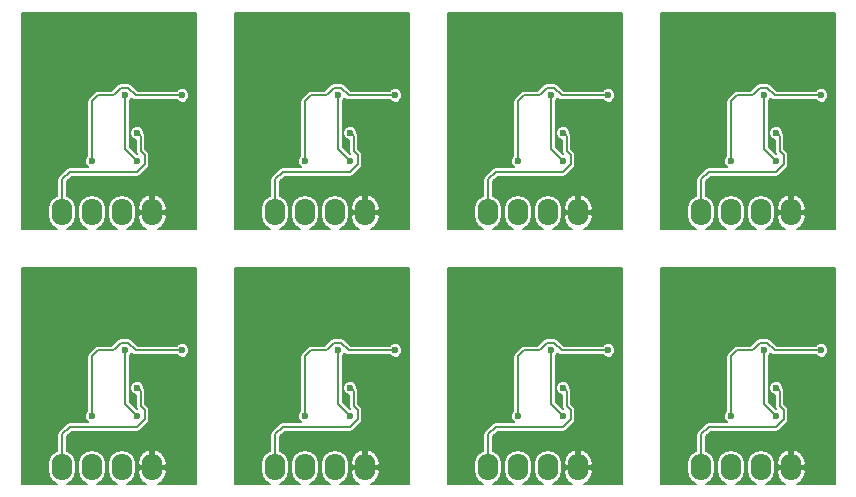
<source format=gbl>
G04 #@! TF.FileFunction,Copper,L2,Bot,Signal*
%FSLAX46Y46*%
G04 Gerber Fmt 4.6, Leading zero omitted, Abs format (unit mm)*
G04 Created by KiCad (PCBNEW 4.0.5+dfsg1-4) date Mon Jun 15 22:33:41 2020*
%MOMM*%
%LPD*%
G01*
G04 APERTURE LIST*
%ADD10C,0.100000*%
%ADD11O,1.727200X2.300000*%
%ADD12C,0.600000*%
%ADD13C,0.203200*%
G04 APERTURE END LIST*
D10*
D11*
X138938000Y-115062000D03*
X141478000Y-115062000D03*
X144018000Y-115062000D03*
X146558000Y-115062000D03*
X120904000Y-93472000D03*
X123444000Y-93472000D03*
X125984000Y-93472000D03*
X128524000Y-93472000D03*
X138938000Y-93472000D03*
X141478000Y-93472000D03*
X144018000Y-93472000D03*
X146558000Y-93472000D03*
X120904000Y-115062000D03*
X123444000Y-115062000D03*
X125984000Y-115062000D03*
X128524000Y-115062000D03*
X175006000Y-93472000D03*
X177546000Y-93472000D03*
X180086000Y-93472000D03*
X182626000Y-93472000D03*
X156972000Y-93472000D03*
X159512000Y-93472000D03*
X162052000Y-93472000D03*
X164592000Y-93472000D03*
X156972000Y-115062000D03*
X159512000Y-115062000D03*
X162052000Y-115062000D03*
X164592000Y-115062000D03*
X175006000Y-115062000D03*
X177546000Y-115062000D03*
X180086000Y-115062000D03*
X182626000Y-115062000D03*
D12*
X127254000Y-86741000D03*
X127254000Y-108331000D03*
X145288000Y-108331000D03*
X145288000Y-86741000D03*
X181356000Y-86741000D03*
X163322000Y-86741000D03*
X163322000Y-108331000D03*
X181356000Y-108331000D03*
X127254000Y-89154000D03*
X126238000Y-83566000D03*
X126238000Y-105156000D03*
X127254000Y-110744000D03*
X145288000Y-110744000D03*
X144272000Y-105156000D03*
X144272000Y-83566000D03*
X145288000Y-89154000D03*
X180340000Y-83566000D03*
X181356000Y-89154000D03*
X163322000Y-89154000D03*
X162306000Y-83566000D03*
X162306000Y-105156000D03*
X163322000Y-110744000D03*
X181356000Y-110744000D03*
X180340000Y-105156000D03*
X131064000Y-83566000D03*
X123444000Y-89154000D03*
X123444000Y-110744000D03*
X131064000Y-105156000D03*
X141478000Y-110744000D03*
X149098000Y-105156000D03*
X141478000Y-89154000D03*
X149098000Y-83566000D03*
X177546000Y-89154000D03*
X185166000Y-83566000D03*
X159512000Y-89154000D03*
X167132000Y-83566000D03*
X167132000Y-105156000D03*
X159512000Y-110744000D03*
X177546000Y-110744000D03*
X185166000Y-105156000D03*
D13*
X145288000Y-90043000D02*
X139573000Y-90043000D01*
X145923000Y-89408000D02*
X145288000Y-90043000D01*
X139573000Y-90043000D02*
X138938000Y-90678000D01*
X138938000Y-90678000D02*
X138938000Y-93472000D01*
X145923000Y-110998000D02*
X145288000Y-111633000D01*
X139573000Y-111633000D02*
X138938000Y-112268000D01*
X138938000Y-112268000D02*
X138938000Y-115062000D01*
X145288000Y-111633000D02*
X139573000Y-111633000D01*
X145923000Y-110236000D02*
X145923000Y-110998000D01*
X145587999Y-109900999D02*
X145923000Y-110236000D01*
X145587999Y-108630999D02*
X145587999Y-109900999D01*
X145288000Y-108331000D02*
X145587999Y-108630999D01*
X145923000Y-88646000D02*
X145923000Y-89408000D01*
X145288000Y-86741000D02*
X145587999Y-87040999D01*
X145587999Y-88310999D02*
X145923000Y-88646000D01*
X145587999Y-87040999D02*
X145587999Y-88310999D01*
X127889000Y-89408000D02*
X127254000Y-90043000D01*
X127254000Y-90043000D02*
X121539000Y-90043000D01*
X121539000Y-90043000D02*
X120904000Y-90678000D01*
X120904000Y-90678000D02*
X120904000Y-93472000D01*
X127553999Y-88310999D02*
X127889000Y-88646000D01*
X127254000Y-86741000D02*
X127553999Y-87040999D01*
X127553999Y-87040999D02*
X127553999Y-88310999D01*
X127889000Y-88646000D02*
X127889000Y-89408000D01*
X127889000Y-110236000D02*
X127889000Y-110998000D01*
X127553999Y-109900999D02*
X127889000Y-110236000D01*
X127553999Y-108630999D02*
X127553999Y-109900999D01*
X127254000Y-108331000D02*
X127553999Y-108630999D01*
X120904000Y-112268000D02*
X120904000Y-115062000D01*
X127889000Y-110998000D02*
X127254000Y-111633000D01*
X121539000Y-111633000D02*
X120904000Y-112268000D01*
X127254000Y-111633000D02*
X121539000Y-111633000D01*
X181356000Y-90043000D02*
X175641000Y-90043000D01*
X181991000Y-89408000D02*
X181356000Y-90043000D01*
X175641000Y-90043000D02*
X175006000Y-90678000D01*
X175006000Y-90678000D02*
X175006000Y-93472000D01*
X181655999Y-88310999D02*
X181991000Y-88646000D01*
X181655999Y-87040999D02*
X181655999Y-88310999D01*
X181991000Y-88646000D02*
X181991000Y-89408000D01*
X163322000Y-90043000D02*
X157607000Y-90043000D01*
X157607000Y-90043000D02*
X156972000Y-90678000D01*
X156972000Y-90678000D02*
X156972000Y-93472000D01*
X163957000Y-89408000D02*
X163322000Y-90043000D01*
X163621999Y-88310999D02*
X163957000Y-88646000D01*
X163957000Y-88646000D02*
X163957000Y-89408000D01*
X181356000Y-86741000D02*
X181655999Y-87040999D01*
X163621999Y-87040999D02*
X163621999Y-88310999D01*
X163322000Y-86741000D02*
X163621999Y-87040999D01*
X163957000Y-110236000D02*
X163957000Y-110998000D01*
X163957000Y-110998000D02*
X163322000Y-111633000D01*
X163621999Y-109900999D02*
X163957000Y-110236000D01*
X163621999Y-108630999D02*
X163621999Y-109900999D01*
X163322000Y-108331000D02*
X163621999Y-108630999D01*
X163322000Y-111633000D02*
X157607000Y-111633000D01*
X157607000Y-111633000D02*
X156972000Y-112268000D01*
X156972000Y-112268000D02*
X156972000Y-115062000D01*
X175641000Y-111633000D02*
X175006000Y-112268000D01*
X175006000Y-112268000D02*
X175006000Y-115062000D01*
X181356000Y-111633000D02*
X175641000Y-111633000D01*
X181991000Y-110998000D02*
X181356000Y-111633000D01*
X181991000Y-110236000D02*
X181991000Y-110998000D01*
X181655999Y-109900999D02*
X181991000Y-110236000D01*
X181356000Y-108331000D02*
X181655999Y-108630999D01*
X181655999Y-108630999D02*
X181655999Y-109900999D01*
X144272000Y-109728000D02*
X144988001Y-110444001D01*
X144988001Y-110444001D02*
X145288000Y-110744000D01*
X144272000Y-105156000D02*
X144272000Y-109728000D01*
X144272000Y-83566000D02*
X144272000Y-88138000D01*
X144272000Y-88138000D02*
X144988001Y-88854001D01*
X144988001Y-88854001D02*
X145288000Y-89154000D01*
X126954001Y-88854001D02*
X127254000Y-89154000D01*
X126238000Y-88138000D02*
X126954001Y-88854001D01*
X126954001Y-110444001D02*
X127254000Y-110744000D01*
X126238000Y-109728000D02*
X126954001Y-110444001D01*
X126238000Y-83566000D02*
X126238000Y-88138000D01*
X126238000Y-105156000D02*
X126238000Y-109728000D01*
X180340000Y-83566000D02*
X180340000Y-88138000D01*
X181056001Y-88854001D02*
X181356000Y-89154000D01*
X180340000Y-88138000D02*
X181056001Y-88854001D01*
X162306000Y-83566000D02*
X162306000Y-88138000D01*
X163022001Y-88854001D02*
X163322000Y-89154000D01*
X162306000Y-88138000D02*
X163022001Y-88854001D01*
X162306000Y-105156000D02*
X162306000Y-109728000D01*
X162306000Y-109728000D02*
X163022001Y-110444001D01*
X163022001Y-110444001D02*
X163322000Y-110744000D01*
X181056001Y-110444001D02*
X181356000Y-110744000D01*
X180340000Y-109728000D02*
X181056001Y-110444001D01*
X180340000Y-105156000D02*
X180340000Y-109728000D01*
X143256000Y-105156000D02*
X141986000Y-105156000D01*
X141986000Y-105156000D02*
X141478000Y-105664000D01*
X149098000Y-105156000D02*
X145161000Y-105156000D01*
X141478000Y-105664000D02*
X141478000Y-110744000D01*
X141986000Y-83566000D02*
X141478000Y-84074000D01*
X141478000Y-84074000D02*
X141478000Y-89154000D01*
X143256000Y-83566000D02*
X141986000Y-83566000D01*
X143383000Y-83439000D02*
X143256000Y-83566000D01*
X144526000Y-82931000D02*
X143891000Y-82931000D01*
X143891000Y-82931000D02*
X143383000Y-83439000D01*
X145161000Y-83566000D02*
X144526000Y-82931000D01*
X143891000Y-104521000D02*
X143383000Y-105029000D01*
X144526000Y-104521000D02*
X143891000Y-104521000D01*
X143383000Y-105029000D02*
X143256000Y-105156000D01*
X145161000Y-105156000D02*
X144526000Y-104521000D01*
X149098000Y-83566000D02*
X145161000Y-83566000D01*
X125349000Y-105029000D02*
X125222000Y-105156000D01*
X125857000Y-104521000D02*
X125349000Y-105029000D01*
X127127000Y-105156000D02*
X126492000Y-104521000D01*
X126492000Y-104521000D02*
X125857000Y-104521000D01*
X125222000Y-105156000D02*
X123952000Y-105156000D01*
X125222000Y-83566000D02*
X123952000Y-83566000D01*
X123952000Y-83566000D02*
X123444000Y-84074000D01*
X125349000Y-83439000D02*
X125222000Y-83566000D01*
X123444000Y-84074000D02*
X123444000Y-89154000D01*
X131064000Y-83566000D02*
X127127000Y-83566000D01*
X126492000Y-82931000D02*
X125857000Y-82931000D01*
X127127000Y-83566000D02*
X126492000Y-82931000D01*
X125857000Y-82931000D02*
X125349000Y-83439000D01*
X131064000Y-105156000D02*
X127127000Y-105156000D01*
X123444000Y-105664000D02*
X123444000Y-110744000D01*
X123952000Y-105156000D02*
X123444000Y-105664000D01*
X181229000Y-83566000D02*
X180594000Y-82931000D01*
X180594000Y-82931000D02*
X179959000Y-82931000D01*
X179959000Y-82931000D02*
X179451000Y-83439000D01*
X179451000Y-83439000D02*
X179324000Y-83566000D01*
X161925000Y-82931000D02*
X161417000Y-83439000D01*
X161417000Y-83439000D02*
X161290000Y-83566000D01*
X167132000Y-83566000D02*
X163195000Y-83566000D01*
X162560000Y-82931000D02*
X161925000Y-82931000D01*
X163195000Y-83566000D02*
X162560000Y-82931000D01*
X179324000Y-83566000D02*
X178054000Y-83566000D01*
X177546000Y-84074000D02*
X177546000Y-89154000D01*
X178054000Y-83566000D02*
X177546000Y-84074000D01*
X185166000Y-83566000D02*
X181229000Y-83566000D01*
X161290000Y-83566000D02*
X160020000Y-83566000D01*
X160020000Y-83566000D02*
X159512000Y-84074000D01*
X159512000Y-84074000D02*
X159512000Y-89154000D01*
X161925000Y-104521000D02*
X161417000Y-105029000D01*
X162560000Y-104521000D02*
X161925000Y-104521000D01*
X163195000Y-105156000D02*
X162560000Y-104521000D01*
X161417000Y-105029000D02*
X161290000Y-105156000D01*
X167132000Y-105156000D02*
X163195000Y-105156000D01*
X161290000Y-105156000D02*
X160020000Y-105156000D01*
X160020000Y-105156000D02*
X159512000Y-105664000D01*
X159512000Y-105664000D02*
X159512000Y-110744000D01*
X178054000Y-105156000D02*
X177546000Y-105664000D01*
X177546000Y-105664000D02*
X177546000Y-110744000D01*
X179324000Y-105156000D02*
X178054000Y-105156000D01*
X179451000Y-105029000D02*
X179324000Y-105156000D01*
X179959000Y-104521000D02*
X179451000Y-105029000D01*
X180594000Y-104521000D02*
X179959000Y-104521000D01*
X181229000Y-105156000D02*
X180594000Y-104521000D01*
X185166000Y-105156000D02*
X181229000Y-105156000D01*
G36*
X186310200Y-116460200D02*
X183127033Y-116460200D01*
X183455935Y-116262733D01*
X183742660Y-115875531D01*
X183859383Y-115408078D01*
X183764634Y-115214400D01*
X182778400Y-115214400D01*
X182778400Y-115234400D01*
X182473600Y-115234400D01*
X182473600Y-115214400D01*
X181487366Y-115214400D01*
X181392617Y-115408078D01*
X181509340Y-115875531D01*
X181796065Y-116262733D01*
X182124967Y-116460200D01*
X180513832Y-116460200D01*
X180533127Y-116456362D01*
X180912184Y-116203085D01*
X181165461Y-115824028D01*
X181254400Y-115376901D01*
X181254400Y-114747099D01*
X181248199Y-114715922D01*
X181392617Y-114715922D01*
X181487366Y-114909600D01*
X182473600Y-114909600D01*
X182473600Y-113655621D01*
X182778400Y-113655621D01*
X182778400Y-114909600D01*
X183764634Y-114909600D01*
X183859383Y-114715922D01*
X183742660Y-114248469D01*
X183455935Y-113861267D01*
X183042860Y-113613264D01*
X182965753Y-113604696D01*
X182778400Y-113655621D01*
X182473600Y-113655621D01*
X182286247Y-113604696D01*
X182209140Y-113613264D01*
X181796065Y-113861267D01*
X181509340Y-114248469D01*
X181392617Y-114715922D01*
X181248199Y-114715922D01*
X181165461Y-114299972D01*
X180912184Y-113920915D01*
X180533127Y-113667638D01*
X180086000Y-113578699D01*
X179638873Y-113667638D01*
X179259816Y-113920915D01*
X179006539Y-114299972D01*
X178917600Y-114747099D01*
X178917600Y-115376901D01*
X179006539Y-115824028D01*
X179259816Y-116203085D01*
X179638873Y-116456362D01*
X179658168Y-116460200D01*
X177973832Y-116460200D01*
X177993127Y-116456362D01*
X178372184Y-116203085D01*
X178625461Y-115824028D01*
X178714400Y-115376901D01*
X178714400Y-114747099D01*
X178625461Y-114299972D01*
X178372184Y-113920915D01*
X177993127Y-113667638D01*
X177546000Y-113578699D01*
X177098873Y-113667638D01*
X176719816Y-113920915D01*
X176466539Y-114299972D01*
X176377600Y-114747099D01*
X176377600Y-115376901D01*
X176466539Y-115824028D01*
X176719816Y-116203085D01*
X177098873Y-116456362D01*
X177118168Y-116460200D01*
X175433832Y-116460200D01*
X175453127Y-116456362D01*
X175832184Y-116203085D01*
X176085461Y-115824028D01*
X176174400Y-115376901D01*
X176174400Y-114747099D01*
X176085461Y-114299972D01*
X175832184Y-113920915D01*
X175453127Y-113667638D01*
X175412400Y-113659537D01*
X175412400Y-112436336D01*
X175809336Y-112039400D01*
X181356000Y-112039400D01*
X181511523Y-112008465D01*
X181643368Y-111920368D01*
X182278368Y-111285368D01*
X182366465Y-111153523D01*
X182397400Y-110998000D01*
X182397400Y-110236000D01*
X182366465Y-110080477D01*
X182278368Y-109948632D01*
X182062399Y-109732663D01*
X182062399Y-108630999D01*
X182031464Y-108475476D01*
X181960767Y-108369671D01*
X181960905Y-108211226D01*
X181869024Y-107988856D01*
X181699039Y-107818574D01*
X181476830Y-107726305D01*
X181236226Y-107726095D01*
X181013856Y-107817976D01*
X180843574Y-107987961D01*
X180751305Y-108210170D01*
X180751095Y-108450774D01*
X180842976Y-108673144D01*
X181012961Y-108843426D01*
X181235170Y-108935695D01*
X181249599Y-108935708D01*
X181249599Y-109900999D01*
X181280534Y-110056522D01*
X181335766Y-110139182D01*
X181325909Y-110139173D01*
X180746400Y-109559664D01*
X180746400Y-105604880D01*
X180852426Y-105499039D01*
X180894933Y-105396669D01*
X180941632Y-105443368D01*
X181073477Y-105531465D01*
X181229000Y-105562400D01*
X184717120Y-105562400D01*
X184822961Y-105668426D01*
X185045170Y-105760695D01*
X185285774Y-105760905D01*
X185508144Y-105669024D01*
X185678426Y-105499039D01*
X185770695Y-105276830D01*
X185770905Y-105036226D01*
X185679024Y-104813856D01*
X185509039Y-104643574D01*
X185286830Y-104551305D01*
X185046226Y-104551095D01*
X184823856Y-104642976D01*
X184717046Y-104749600D01*
X181397336Y-104749600D01*
X180881368Y-104233632D01*
X180749523Y-104145535D01*
X180594000Y-104114600D01*
X179959000Y-104114600D01*
X179803477Y-104145535D01*
X179671631Y-104233632D01*
X179163632Y-104741632D01*
X179155664Y-104749600D01*
X178054000Y-104749600D01*
X177898477Y-104780535D01*
X177766631Y-104868632D01*
X177258632Y-105376632D01*
X177170535Y-105508477D01*
X177139600Y-105664000D01*
X177139600Y-110295120D01*
X177033574Y-110400961D01*
X176941305Y-110623170D01*
X176941095Y-110863774D01*
X177032976Y-111086144D01*
X177173187Y-111226600D01*
X175641000Y-111226600D01*
X175485477Y-111257535D01*
X175353632Y-111345632D01*
X174718632Y-111980632D01*
X174630535Y-112112477D01*
X174599600Y-112268000D01*
X174599600Y-113659537D01*
X174558873Y-113667638D01*
X174179816Y-113920915D01*
X173926539Y-114299972D01*
X173837600Y-114747099D01*
X173837600Y-115376901D01*
X173926539Y-115824028D01*
X174179816Y-116203085D01*
X174558873Y-116456362D01*
X174578168Y-116460200D01*
X171575800Y-116460200D01*
X171575800Y-98169800D01*
X186310200Y-98169800D01*
X186310200Y-116460200D01*
X186310200Y-116460200D01*
G37*
X186310200Y-116460200D02*
X183127033Y-116460200D01*
X183455935Y-116262733D01*
X183742660Y-115875531D01*
X183859383Y-115408078D01*
X183764634Y-115214400D01*
X182778400Y-115214400D01*
X182778400Y-115234400D01*
X182473600Y-115234400D01*
X182473600Y-115214400D01*
X181487366Y-115214400D01*
X181392617Y-115408078D01*
X181509340Y-115875531D01*
X181796065Y-116262733D01*
X182124967Y-116460200D01*
X180513832Y-116460200D01*
X180533127Y-116456362D01*
X180912184Y-116203085D01*
X181165461Y-115824028D01*
X181254400Y-115376901D01*
X181254400Y-114747099D01*
X181248199Y-114715922D01*
X181392617Y-114715922D01*
X181487366Y-114909600D01*
X182473600Y-114909600D01*
X182473600Y-113655621D01*
X182778400Y-113655621D01*
X182778400Y-114909600D01*
X183764634Y-114909600D01*
X183859383Y-114715922D01*
X183742660Y-114248469D01*
X183455935Y-113861267D01*
X183042860Y-113613264D01*
X182965753Y-113604696D01*
X182778400Y-113655621D01*
X182473600Y-113655621D01*
X182286247Y-113604696D01*
X182209140Y-113613264D01*
X181796065Y-113861267D01*
X181509340Y-114248469D01*
X181392617Y-114715922D01*
X181248199Y-114715922D01*
X181165461Y-114299972D01*
X180912184Y-113920915D01*
X180533127Y-113667638D01*
X180086000Y-113578699D01*
X179638873Y-113667638D01*
X179259816Y-113920915D01*
X179006539Y-114299972D01*
X178917600Y-114747099D01*
X178917600Y-115376901D01*
X179006539Y-115824028D01*
X179259816Y-116203085D01*
X179638873Y-116456362D01*
X179658168Y-116460200D01*
X177973832Y-116460200D01*
X177993127Y-116456362D01*
X178372184Y-116203085D01*
X178625461Y-115824028D01*
X178714400Y-115376901D01*
X178714400Y-114747099D01*
X178625461Y-114299972D01*
X178372184Y-113920915D01*
X177993127Y-113667638D01*
X177546000Y-113578699D01*
X177098873Y-113667638D01*
X176719816Y-113920915D01*
X176466539Y-114299972D01*
X176377600Y-114747099D01*
X176377600Y-115376901D01*
X176466539Y-115824028D01*
X176719816Y-116203085D01*
X177098873Y-116456362D01*
X177118168Y-116460200D01*
X175433832Y-116460200D01*
X175453127Y-116456362D01*
X175832184Y-116203085D01*
X176085461Y-115824028D01*
X176174400Y-115376901D01*
X176174400Y-114747099D01*
X176085461Y-114299972D01*
X175832184Y-113920915D01*
X175453127Y-113667638D01*
X175412400Y-113659537D01*
X175412400Y-112436336D01*
X175809336Y-112039400D01*
X181356000Y-112039400D01*
X181511523Y-112008465D01*
X181643368Y-111920368D01*
X182278368Y-111285368D01*
X182366465Y-111153523D01*
X182397400Y-110998000D01*
X182397400Y-110236000D01*
X182366465Y-110080477D01*
X182278368Y-109948632D01*
X182062399Y-109732663D01*
X182062399Y-108630999D01*
X182031464Y-108475476D01*
X181960767Y-108369671D01*
X181960905Y-108211226D01*
X181869024Y-107988856D01*
X181699039Y-107818574D01*
X181476830Y-107726305D01*
X181236226Y-107726095D01*
X181013856Y-107817976D01*
X180843574Y-107987961D01*
X180751305Y-108210170D01*
X180751095Y-108450774D01*
X180842976Y-108673144D01*
X181012961Y-108843426D01*
X181235170Y-108935695D01*
X181249599Y-108935708D01*
X181249599Y-109900999D01*
X181280534Y-110056522D01*
X181335766Y-110139182D01*
X181325909Y-110139173D01*
X180746400Y-109559664D01*
X180746400Y-105604880D01*
X180852426Y-105499039D01*
X180894933Y-105396669D01*
X180941632Y-105443368D01*
X181073477Y-105531465D01*
X181229000Y-105562400D01*
X184717120Y-105562400D01*
X184822961Y-105668426D01*
X185045170Y-105760695D01*
X185285774Y-105760905D01*
X185508144Y-105669024D01*
X185678426Y-105499039D01*
X185770695Y-105276830D01*
X185770905Y-105036226D01*
X185679024Y-104813856D01*
X185509039Y-104643574D01*
X185286830Y-104551305D01*
X185046226Y-104551095D01*
X184823856Y-104642976D01*
X184717046Y-104749600D01*
X181397336Y-104749600D01*
X180881368Y-104233632D01*
X180749523Y-104145535D01*
X180594000Y-104114600D01*
X179959000Y-104114600D01*
X179803477Y-104145535D01*
X179671631Y-104233632D01*
X179163632Y-104741632D01*
X179155664Y-104749600D01*
X178054000Y-104749600D01*
X177898477Y-104780535D01*
X177766631Y-104868632D01*
X177258632Y-105376632D01*
X177170535Y-105508477D01*
X177139600Y-105664000D01*
X177139600Y-110295120D01*
X177033574Y-110400961D01*
X176941305Y-110623170D01*
X176941095Y-110863774D01*
X177032976Y-111086144D01*
X177173187Y-111226600D01*
X175641000Y-111226600D01*
X175485477Y-111257535D01*
X175353632Y-111345632D01*
X174718632Y-111980632D01*
X174630535Y-112112477D01*
X174599600Y-112268000D01*
X174599600Y-113659537D01*
X174558873Y-113667638D01*
X174179816Y-113920915D01*
X173926539Y-114299972D01*
X173837600Y-114747099D01*
X173837600Y-115376901D01*
X173926539Y-115824028D01*
X174179816Y-116203085D01*
X174558873Y-116456362D01*
X174578168Y-116460200D01*
X171575800Y-116460200D01*
X171575800Y-98169800D01*
X186310200Y-98169800D01*
X186310200Y-116460200D01*
G36*
X168276200Y-116460200D02*
X165093033Y-116460200D01*
X165421935Y-116262733D01*
X165708660Y-115875531D01*
X165825383Y-115408078D01*
X165730634Y-115214400D01*
X164744400Y-115214400D01*
X164744400Y-115234400D01*
X164439600Y-115234400D01*
X164439600Y-115214400D01*
X163453366Y-115214400D01*
X163358617Y-115408078D01*
X163475340Y-115875531D01*
X163762065Y-116262733D01*
X164090967Y-116460200D01*
X162479832Y-116460200D01*
X162499127Y-116456362D01*
X162878184Y-116203085D01*
X163131461Y-115824028D01*
X163220400Y-115376901D01*
X163220400Y-114747099D01*
X163214199Y-114715922D01*
X163358617Y-114715922D01*
X163453366Y-114909600D01*
X164439600Y-114909600D01*
X164439600Y-113655621D01*
X164744400Y-113655621D01*
X164744400Y-114909600D01*
X165730634Y-114909600D01*
X165825383Y-114715922D01*
X165708660Y-114248469D01*
X165421935Y-113861267D01*
X165008860Y-113613264D01*
X164931753Y-113604696D01*
X164744400Y-113655621D01*
X164439600Y-113655621D01*
X164252247Y-113604696D01*
X164175140Y-113613264D01*
X163762065Y-113861267D01*
X163475340Y-114248469D01*
X163358617Y-114715922D01*
X163214199Y-114715922D01*
X163131461Y-114299972D01*
X162878184Y-113920915D01*
X162499127Y-113667638D01*
X162052000Y-113578699D01*
X161604873Y-113667638D01*
X161225816Y-113920915D01*
X160972539Y-114299972D01*
X160883600Y-114747099D01*
X160883600Y-115376901D01*
X160972539Y-115824028D01*
X161225816Y-116203085D01*
X161604873Y-116456362D01*
X161624168Y-116460200D01*
X159939832Y-116460200D01*
X159959127Y-116456362D01*
X160338184Y-116203085D01*
X160591461Y-115824028D01*
X160680400Y-115376901D01*
X160680400Y-114747099D01*
X160591461Y-114299972D01*
X160338184Y-113920915D01*
X159959127Y-113667638D01*
X159512000Y-113578699D01*
X159064873Y-113667638D01*
X158685816Y-113920915D01*
X158432539Y-114299972D01*
X158343600Y-114747099D01*
X158343600Y-115376901D01*
X158432539Y-115824028D01*
X158685816Y-116203085D01*
X159064873Y-116456362D01*
X159084168Y-116460200D01*
X157399832Y-116460200D01*
X157419127Y-116456362D01*
X157798184Y-116203085D01*
X158051461Y-115824028D01*
X158140400Y-115376901D01*
X158140400Y-114747099D01*
X158051461Y-114299972D01*
X157798184Y-113920915D01*
X157419127Y-113667638D01*
X157378400Y-113659537D01*
X157378400Y-112436336D01*
X157775336Y-112039400D01*
X163322000Y-112039400D01*
X163477523Y-112008465D01*
X163609368Y-111920368D01*
X164244368Y-111285368D01*
X164332465Y-111153523D01*
X164363400Y-110998000D01*
X164363400Y-110236000D01*
X164332465Y-110080477D01*
X164244368Y-109948632D01*
X164028399Y-109732663D01*
X164028399Y-108630999D01*
X163997464Y-108475476D01*
X163926767Y-108369671D01*
X163926905Y-108211226D01*
X163835024Y-107988856D01*
X163665039Y-107818574D01*
X163442830Y-107726305D01*
X163202226Y-107726095D01*
X162979856Y-107817976D01*
X162809574Y-107987961D01*
X162717305Y-108210170D01*
X162717095Y-108450774D01*
X162808976Y-108673144D01*
X162978961Y-108843426D01*
X163201170Y-108935695D01*
X163215599Y-108935708D01*
X163215599Y-109900999D01*
X163246534Y-110056522D01*
X163301766Y-110139182D01*
X163291909Y-110139173D01*
X162712400Y-109559664D01*
X162712400Y-105604880D01*
X162818426Y-105499039D01*
X162860933Y-105396669D01*
X162907632Y-105443368D01*
X163039477Y-105531465D01*
X163195000Y-105562400D01*
X166683120Y-105562400D01*
X166788961Y-105668426D01*
X167011170Y-105760695D01*
X167251774Y-105760905D01*
X167474144Y-105669024D01*
X167644426Y-105499039D01*
X167736695Y-105276830D01*
X167736905Y-105036226D01*
X167645024Y-104813856D01*
X167475039Y-104643574D01*
X167252830Y-104551305D01*
X167012226Y-104551095D01*
X166789856Y-104642976D01*
X166683046Y-104749600D01*
X163363336Y-104749600D01*
X162847368Y-104233632D01*
X162715523Y-104145535D01*
X162560000Y-104114600D01*
X161925000Y-104114600D01*
X161769477Y-104145535D01*
X161637631Y-104233632D01*
X161129632Y-104741632D01*
X161121664Y-104749600D01*
X160020000Y-104749600D01*
X159864477Y-104780535D01*
X159732631Y-104868632D01*
X159224632Y-105376632D01*
X159136535Y-105508477D01*
X159105600Y-105664000D01*
X159105600Y-110295120D01*
X158999574Y-110400961D01*
X158907305Y-110623170D01*
X158907095Y-110863774D01*
X158998976Y-111086144D01*
X159139187Y-111226600D01*
X157607000Y-111226600D01*
X157451477Y-111257535D01*
X157319632Y-111345632D01*
X156684632Y-111980632D01*
X156596535Y-112112477D01*
X156565600Y-112268000D01*
X156565600Y-113659537D01*
X156524873Y-113667638D01*
X156145816Y-113920915D01*
X155892539Y-114299972D01*
X155803600Y-114747099D01*
X155803600Y-115376901D01*
X155892539Y-115824028D01*
X156145816Y-116203085D01*
X156524873Y-116456362D01*
X156544168Y-116460200D01*
X153541800Y-116460200D01*
X153541800Y-98169800D01*
X168276200Y-98169800D01*
X168276200Y-116460200D01*
X168276200Y-116460200D01*
G37*
X168276200Y-116460200D02*
X165093033Y-116460200D01*
X165421935Y-116262733D01*
X165708660Y-115875531D01*
X165825383Y-115408078D01*
X165730634Y-115214400D01*
X164744400Y-115214400D01*
X164744400Y-115234400D01*
X164439600Y-115234400D01*
X164439600Y-115214400D01*
X163453366Y-115214400D01*
X163358617Y-115408078D01*
X163475340Y-115875531D01*
X163762065Y-116262733D01*
X164090967Y-116460200D01*
X162479832Y-116460200D01*
X162499127Y-116456362D01*
X162878184Y-116203085D01*
X163131461Y-115824028D01*
X163220400Y-115376901D01*
X163220400Y-114747099D01*
X163214199Y-114715922D01*
X163358617Y-114715922D01*
X163453366Y-114909600D01*
X164439600Y-114909600D01*
X164439600Y-113655621D01*
X164744400Y-113655621D01*
X164744400Y-114909600D01*
X165730634Y-114909600D01*
X165825383Y-114715922D01*
X165708660Y-114248469D01*
X165421935Y-113861267D01*
X165008860Y-113613264D01*
X164931753Y-113604696D01*
X164744400Y-113655621D01*
X164439600Y-113655621D01*
X164252247Y-113604696D01*
X164175140Y-113613264D01*
X163762065Y-113861267D01*
X163475340Y-114248469D01*
X163358617Y-114715922D01*
X163214199Y-114715922D01*
X163131461Y-114299972D01*
X162878184Y-113920915D01*
X162499127Y-113667638D01*
X162052000Y-113578699D01*
X161604873Y-113667638D01*
X161225816Y-113920915D01*
X160972539Y-114299972D01*
X160883600Y-114747099D01*
X160883600Y-115376901D01*
X160972539Y-115824028D01*
X161225816Y-116203085D01*
X161604873Y-116456362D01*
X161624168Y-116460200D01*
X159939832Y-116460200D01*
X159959127Y-116456362D01*
X160338184Y-116203085D01*
X160591461Y-115824028D01*
X160680400Y-115376901D01*
X160680400Y-114747099D01*
X160591461Y-114299972D01*
X160338184Y-113920915D01*
X159959127Y-113667638D01*
X159512000Y-113578699D01*
X159064873Y-113667638D01*
X158685816Y-113920915D01*
X158432539Y-114299972D01*
X158343600Y-114747099D01*
X158343600Y-115376901D01*
X158432539Y-115824028D01*
X158685816Y-116203085D01*
X159064873Y-116456362D01*
X159084168Y-116460200D01*
X157399832Y-116460200D01*
X157419127Y-116456362D01*
X157798184Y-116203085D01*
X158051461Y-115824028D01*
X158140400Y-115376901D01*
X158140400Y-114747099D01*
X158051461Y-114299972D01*
X157798184Y-113920915D01*
X157419127Y-113667638D01*
X157378400Y-113659537D01*
X157378400Y-112436336D01*
X157775336Y-112039400D01*
X163322000Y-112039400D01*
X163477523Y-112008465D01*
X163609368Y-111920368D01*
X164244368Y-111285368D01*
X164332465Y-111153523D01*
X164363400Y-110998000D01*
X164363400Y-110236000D01*
X164332465Y-110080477D01*
X164244368Y-109948632D01*
X164028399Y-109732663D01*
X164028399Y-108630999D01*
X163997464Y-108475476D01*
X163926767Y-108369671D01*
X163926905Y-108211226D01*
X163835024Y-107988856D01*
X163665039Y-107818574D01*
X163442830Y-107726305D01*
X163202226Y-107726095D01*
X162979856Y-107817976D01*
X162809574Y-107987961D01*
X162717305Y-108210170D01*
X162717095Y-108450774D01*
X162808976Y-108673144D01*
X162978961Y-108843426D01*
X163201170Y-108935695D01*
X163215599Y-108935708D01*
X163215599Y-109900999D01*
X163246534Y-110056522D01*
X163301766Y-110139182D01*
X163291909Y-110139173D01*
X162712400Y-109559664D01*
X162712400Y-105604880D01*
X162818426Y-105499039D01*
X162860933Y-105396669D01*
X162907632Y-105443368D01*
X163039477Y-105531465D01*
X163195000Y-105562400D01*
X166683120Y-105562400D01*
X166788961Y-105668426D01*
X167011170Y-105760695D01*
X167251774Y-105760905D01*
X167474144Y-105669024D01*
X167644426Y-105499039D01*
X167736695Y-105276830D01*
X167736905Y-105036226D01*
X167645024Y-104813856D01*
X167475039Y-104643574D01*
X167252830Y-104551305D01*
X167012226Y-104551095D01*
X166789856Y-104642976D01*
X166683046Y-104749600D01*
X163363336Y-104749600D01*
X162847368Y-104233632D01*
X162715523Y-104145535D01*
X162560000Y-104114600D01*
X161925000Y-104114600D01*
X161769477Y-104145535D01*
X161637631Y-104233632D01*
X161129632Y-104741632D01*
X161121664Y-104749600D01*
X160020000Y-104749600D01*
X159864477Y-104780535D01*
X159732631Y-104868632D01*
X159224632Y-105376632D01*
X159136535Y-105508477D01*
X159105600Y-105664000D01*
X159105600Y-110295120D01*
X158999574Y-110400961D01*
X158907305Y-110623170D01*
X158907095Y-110863774D01*
X158998976Y-111086144D01*
X159139187Y-111226600D01*
X157607000Y-111226600D01*
X157451477Y-111257535D01*
X157319632Y-111345632D01*
X156684632Y-111980632D01*
X156596535Y-112112477D01*
X156565600Y-112268000D01*
X156565600Y-113659537D01*
X156524873Y-113667638D01*
X156145816Y-113920915D01*
X155892539Y-114299972D01*
X155803600Y-114747099D01*
X155803600Y-115376901D01*
X155892539Y-115824028D01*
X156145816Y-116203085D01*
X156524873Y-116456362D01*
X156544168Y-116460200D01*
X153541800Y-116460200D01*
X153541800Y-98169800D01*
X168276200Y-98169800D01*
X168276200Y-116460200D01*
G36*
X186310200Y-94870200D02*
X183127033Y-94870200D01*
X183455935Y-94672733D01*
X183742660Y-94285531D01*
X183859383Y-93818078D01*
X183764634Y-93624400D01*
X182778400Y-93624400D01*
X182778400Y-93644400D01*
X182473600Y-93644400D01*
X182473600Y-93624400D01*
X181487366Y-93624400D01*
X181392617Y-93818078D01*
X181509340Y-94285531D01*
X181796065Y-94672733D01*
X182124967Y-94870200D01*
X180513832Y-94870200D01*
X180533127Y-94866362D01*
X180912184Y-94613085D01*
X181165461Y-94234028D01*
X181254400Y-93786901D01*
X181254400Y-93157099D01*
X181248199Y-93125922D01*
X181392617Y-93125922D01*
X181487366Y-93319600D01*
X182473600Y-93319600D01*
X182473600Y-92065621D01*
X182778400Y-92065621D01*
X182778400Y-93319600D01*
X183764634Y-93319600D01*
X183859383Y-93125922D01*
X183742660Y-92658469D01*
X183455935Y-92271267D01*
X183042860Y-92023264D01*
X182965753Y-92014696D01*
X182778400Y-92065621D01*
X182473600Y-92065621D01*
X182286247Y-92014696D01*
X182209140Y-92023264D01*
X181796065Y-92271267D01*
X181509340Y-92658469D01*
X181392617Y-93125922D01*
X181248199Y-93125922D01*
X181165461Y-92709972D01*
X180912184Y-92330915D01*
X180533127Y-92077638D01*
X180086000Y-91988699D01*
X179638873Y-92077638D01*
X179259816Y-92330915D01*
X179006539Y-92709972D01*
X178917600Y-93157099D01*
X178917600Y-93786901D01*
X179006539Y-94234028D01*
X179259816Y-94613085D01*
X179638873Y-94866362D01*
X179658168Y-94870200D01*
X177973832Y-94870200D01*
X177993127Y-94866362D01*
X178372184Y-94613085D01*
X178625461Y-94234028D01*
X178714400Y-93786901D01*
X178714400Y-93157099D01*
X178625461Y-92709972D01*
X178372184Y-92330915D01*
X177993127Y-92077638D01*
X177546000Y-91988699D01*
X177098873Y-92077638D01*
X176719816Y-92330915D01*
X176466539Y-92709972D01*
X176377600Y-93157099D01*
X176377600Y-93786901D01*
X176466539Y-94234028D01*
X176719816Y-94613085D01*
X177098873Y-94866362D01*
X177118168Y-94870200D01*
X175433832Y-94870200D01*
X175453127Y-94866362D01*
X175832184Y-94613085D01*
X176085461Y-94234028D01*
X176174400Y-93786901D01*
X176174400Y-93157099D01*
X176085461Y-92709972D01*
X175832184Y-92330915D01*
X175453127Y-92077638D01*
X175412400Y-92069537D01*
X175412400Y-90846336D01*
X175809336Y-90449400D01*
X181356000Y-90449400D01*
X181511523Y-90418465D01*
X181643368Y-90330368D01*
X182278368Y-89695368D01*
X182366465Y-89563523D01*
X182397400Y-89408000D01*
X182397400Y-88646000D01*
X182366465Y-88490477D01*
X182278368Y-88358632D01*
X182062399Y-88142663D01*
X182062399Y-87040999D01*
X182031464Y-86885476D01*
X181960767Y-86779671D01*
X181960905Y-86621226D01*
X181869024Y-86398856D01*
X181699039Y-86228574D01*
X181476830Y-86136305D01*
X181236226Y-86136095D01*
X181013856Y-86227976D01*
X180843574Y-86397961D01*
X180751305Y-86620170D01*
X180751095Y-86860774D01*
X180842976Y-87083144D01*
X181012961Y-87253426D01*
X181235170Y-87345695D01*
X181249599Y-87345708D01*
X181249599Y-88310999D01*
X181280534Y-88466522D01*
X181335766Y-88549182D01*
X181325909Y-88549173D01*
X180746400Y-87969664D01*
X180746400Y-84014880D01*
X180852426Y-83909039D01*
X180894933Y-83806669D01*
X180941632Y-83853368D01*
X181073477Y-83941465D01*
X181229000Y-83972400D01*
X184717120Y-83972400D01*
X184822961Y-84078426D01*
X185045170Y-84170695D01*
X185285774Y-84170905D01*
X185508144Y-84079024D01*
X185678426Y-83909039D01*
X185770695Y-83686830D01*
X185770905Y-83446226D01*
X185679024Y-83223856D01*
X185509039Y-83053574D01*
X185286830Y-82961305D01*
X185046226Y-82961095D01*
X184823856Y-83052976D01*
X184717046Y-83159600D01*
X181397336Y-83159600D01*
X180881368Y-82643632D01*
X180749523Y-82555535D01*
X180594000Y-82524600D01*
X179959000Y-82524600D01*
X179803477Y-82555535D01*
X179671631Y-82643632D01*
X179163632Y-83151632D01*
X179155664Y-83159600D01*
X178054000Y-83159600D01*
X177898477Y-83190535D01*
X177766631Y-83278632D01*
X177258632Y-83786632D01*
X177170535Y-83918477D01*
X177139600Y-84074000D01*
X177139600Y-88705120D01*
X177033574Y-88810961D01*
X176941305Y-89033170D01*
X176941095Y-89273774D01*
X177032976Y-89496144D01*
X177173187Y-89636600D01*
X175641000Y-89636600D01*
X175485477Y-89667535D01*
X175353632Y-89755632D01*
X174718632Y-90390632D01*
X174630535Y-90522477D01*
X174599600Y-90678000D01*
X174599600Y-92069537D01*
X174558873Y-92077638D01*
X174179816Y-92330915D01*
X173926539Y-92709972D01*
X173837600Y-93157099D01*
X173837600Y-93786901D01*
X173926539Y-94234028D01*
X174179816Y-94613085D01*
X174558873Y-94866362D01*
X174578168Y-94870200D01*
X171575800Y-94870200D01*
X171575800Y-76579800D01*
X186310200Y-76579800D01*
X186310200Y-94870200D01*
X186310200Y-94870200D01*
G37*
X186310200Y-94870200D02*
X183127033Y-94870200D01*
X183455935Y-94672733D01*
X183742660Y-94285531D01*
X183859383Y-93818078D01*
X183764634Y-93624400D01*
X182778400Y-93624400D01*
X182778400Y-93644400D01*
X182473600Y-93644400D01*
X182473600Y-93624400D01*
X181487366Y-93624400D01*
X181392617Y-93818078D01*
X181509340Y-94285531D01*
X181796065Y-94672733D01*
X182124967Y-94870200D01*
X180513832Y-94870200D01*
X180533127Y-94866362D01*
X180912184Y-94613085D01*
X181165461Y-94234028D01*
X181254400Y-93786901D01*
X181254400Y-93157099D01*
X181248199Y-93125922D01*
X181392617Y-93125922D01*
X181487366Y-93319600D01*
X182473600Y-93319600D01*
X182473600Y-92065621D01*
X182778400Y-92065621D01*
X182778400Y-93319600D01*
X183764634Y-93319600D01*
X183859383Y-93125922D01*
X183742660Y-92658469D01*
X183455935Y-92271267D01*
X183042860Y-92023264D01*
X182965753Y-92014696D01*
X182778400Y-92065621D01*
X182473600Y-92065621D01*
X182286247Y-92014696D01*
X182209140Y-92023264D01*
X181796065Y-92271267D01*
X181509340Y-92658469D01*
X181392617Y-93125922D01*
X181248199Y-93125922D01*
X181165461Y-92709972D01*
X180912184Y-92330915D01*
X180533127Y-92077638D01*
X180086000Y-91988699D01*
X179638873Y-92077638D01*
X179259816Y-92330915D01*
X179006539Y-92709972D01*
X178917600Y-93157099D01*
X178917600Y-93786901D01*
X179006539Y-94234028D01*
X179259816Y-94613085D01*
X179638873Y-94866362D01*
X179658168Y-94870200D01*
X177973832Y-94870200D01*
X177993127Y-94866362D01*
X178372184Y-94613085D01*
X178625461Y-94234028D01*
X178714400Y-93786901D01*
X178714400Y-93157099D01*
X178625461Y-92709972D01*
X178372184Y-92330915D01*
X177993127Y-92077638D01*
X177546000Y-91988699D01*
X177098873Y-92077638D01*
X176719816Y-92330915D01*
X176466539Y-92709972D01*
X176377600Y-93157099D01*
X176377600Y-93786901D01*
X176466539Y-94234028D01*
X176719816Y-94613085D01*
X177098873Y-94866362D01*
X177118168Y-94870200D01*
X175433832Y-94870200D01*
X175453127Y-94866362D01*
X175832184Y-94613085D01*
X176085461Y-94234028D01*
X176174400Y-93786901D01*
X176174400Y-93157099D01*
X176085461Y-92709972D01*
X175832184Y-92330915D01*
X175453127Y-92077638D01*
X175412400Y-92069537D01*
X175412400Y-90846336D01*
X175809336Y-90449400D01*
X181356000Y-90449400D01*
X181511523Y-90418465D01*
X181643368Y-90330368D01*
X182278368Y-89695368D01*
X182366465Y-89563523D01*
X182397400Y-89408000D01*
X182397400Y-88646000D01*
X182366465Y-88490477D01*
X182278368Y-88358632D01*
X182062399Y-88142663D01*
X182062399Y-87040999D01*
X182031464Y-86885476D01*
X181960767Y-86779671D01*
X181960905Y-86621226D01*
X181869024Y-86398856D01*
X181699039Y-86228574D01*
X181476830Y-86136305D01*
X181236226Y-86136095D01*
X181013856Y-86227976D01*
X180843574Y-86397961D01*
X180751305Y-86620170D01*
X180751095Y-86860774D01*
X180842976Y-87083144D01*
X181012961Y-87253426D01*
X181235170Y-87345695D01*
X181249599Y-87345708D01*
X181249599Y-88310999D01*
X181280534Y-88466522D01*
X181335766Y-88549182D01*
X181325909Y-88549173D01*
X180746400Y-87969664D01*
X180746400Y-84014880D01*
X180852426Y-83909039D01*
X180894933Y-83806669D01*
X180941632Y-83853368D01*
X181073477Y-83941465D01*
X181229000Y-83972400D01*
X184717120Y-83972400D01*
X184822961Y-84078426D01*
X185045170Y-84170695D01*
X185285774Y-84170905D01*
X185508144Y-84079024D01*
X185678426Y-83909039D01*
X185770695Y-83686830D01*
X185770905Y-83446226D01*
X185679024Y-83223856D01*
X185509039Y-83053574D01*
X185286830Y-82961305D01*
X185046226Y-82961095D01*
X184823856Y-83052976D01*
X184717046Y-83159600D01*
X181397336Y-83159600D01*
X180881368Y-82643632D01*
X180749523Y-82555535D01*
X180594000Y-82524600D01*
X179959000Y-82524600D01*
X179803477Y-82555535D01*
X179671631Y-82643632D01*
X179163632Y-83151632D01*
X179155664Y-83159600D01*
X178054000Y-83159600D01*
X177898477Y-83190535D01*
X177766631Y-83278632D01*
X177258632Y-83786632D01*
X177170535Y-83918477D01*
X177139600Y-84074000D01*
X177139600Y-88705120D01*
X177033574Y-88810961D01*
X176941305Y-89033170D01*
X176941095Y-89273774D01*
X177032976Y-89496144D01*
X177173187Y-89636600D01*
X175641000Y-89636600D01*
X175485477Y-89667535D01*
X175353632Y-89755632D01*
X174718632Y-90390632D01*
X174630535Y-90522477D01*
X174599600Y-90678000D01*
X174599600Y-92069537D01*
X174558873Y-92077638D01*
X174179816Y-92330915D01*
X173926539Y-92709972D01*
X173837600Y-93157099D01*
X173837600Y-93786901D01*
X173926539Y-94234028D01*
X174179816Y-94613085D01*
X174558873Y-94866362D01*
X174578168Y-94870200D01*
X171575800Y-94870200D01*
X171575800Y-76579800D01*
X186310200Y-76579800D01*
X186310200Y-94870200D01*
G36*
X168276200Y-94870200D02*
X165093033Y-94870200D01*
X165421935Y-94672733D01*
X165708660Y-94285531D01*
X165825383Y-93818078D01*
X165730634Y-93624400D01*
X164744400Y-93624400D01*
X164744400Y-93644400D01*
X164439600Y-93644400D01*
X164439600Y-93624400D01*
X163453366Y-93624400D01*
X163358617Y-93818078D01*
X163475340Y-94285531D01*
X163762065Y-94672733D01*
X164090967Y-94870200D01*
X162479832Y-94870200D01*
X162499127Y-94866362D01*
X162878184Y-94613085D01*
X163131461Y-94234028D01*
X163220400Y-93786901D01*
X163220400Y-93157099D01*
X163214199Y-93125922D01*
X163358617Y-93125922D01*
X163453366Y-93319600D01*
X164439600Y-93319600D01*
X164439600Y-92065621D01*
X164744400Y-92065621D01*
X164744400Y-93319600D01*
X165730634Y-93319600D01*
X165825383Y-93125922D01*
X165708660Y-92658469D01*
X165421935Y-92271267D01*
X165008860Y-92023264D01*
X164931753Y-92014696D01*
X164744400Y-92065621D01*
X164439600Y-92065621D01*
X164252247Y-92014696D01*
X164175140Y-92023264D01*
X163762065Y-92271267D01*
X163475340Y-92658469D01*
X163358617Y-93125922D01*
X163214199Y-93125922D01*
X163131461Y-92709972D01*
X162878184Y-92330915D01*
X162499127Y-92077638D01*
X162052000Y-91988699D01*
X161604873Y-92077638D01*
X161225816Y-92330915D01*
X160972539Y-92709972D01*
X160883600Y-93157099D01*
X160883600Y-93786901D01*
X160972539Y-94234028D01*
X161225816Y-94613085D01*
X161604873Y-94866362D01*
X161624168Y-94870200D01*
X159939832Y-94870200D01*
X159959127Y-94866362D01*
X160338184Y-94613085D01*
X160591461Y-94234028D01*
X160680400Y-93786901D01*
X160680400Y-93157099D01*
X160591461Y-92709972D01*
X160338184Y-92330915D01*
X159959127Y-92077638D01*
X159512000Y-91988699D01*
X159064873Y-92077638D01*
X158685816Y-92330915D01*
X158432539Y-92709972D01*
X158343600Y-93157099D01*
X158343600Y-93786901D01*
X158432539Y-94234028D01*
X158685816Y-94613085D01*
X159064873Y-94866362D01*
X159084168Y-94870200D01*
X157399832Y-94870200D01*
X157419127Y-94866362D01*
X157798184Y-94613085D01*
X158051461Y-94234028D01*
X158140400Y-93786901D01*
X158140400Y-93157099D01*
X158051461Y-92709972D01*
X157798184Y-92330915D01*
X157419127Y-92077638D01*
X157378400Y-92069537D01*
X157378400Y-90846336D01*
X157775336Y-90449400D01*
X163322000Y-90449400D01*
X163477523Y-90418465D01*
X163609368Y-90330368D01*
X164244368Y-89695368D01*
X164332465Y-89563523D01*
X164363400Y-89408000D01*
X164363400Y-88646000D01*
X164332465Y-88490477D01*
X164244368Y-88358632D01*
X164028399Y-88142663D01*
X164028399Y-87040999D01*
X163997464Y-86885476D01*
X163926767Y-86779671D01*
X163926905Y-86621226D01*
X163835024Y-86398856D01*
X163665039Y-86228574D01*
X163442830Y-86136305D01*
X163202226Y-86136095D01*
X162979856Y-86227976D01*
X162809574Y-86397961D01*
X162717305Y-86620170D01*
X162717095Y-86860774D01*
X162808976Y-87083144D01*
X162978961Y-87253426D01*
X163201170Y-87345695D01*
X163215599Y-87345708D01*
X163215599Y-88310999D01*
X163246534Y-88466522D01*
X163301766Y-88549182D01*
X163291909Y-88549173D01*
X162712400Y-87969664D01*
X162712400Y-84014880D01*
X162818426Y-83909039D01*
X162860933Y-83806669D01*
X162907632Y-83853368D01*
X163039477Y-83941465D01*
X163195000Y-83972400D01*
X166683120Y-83972400D01*
X166788961Y-84078426D01*
X167011170Y-84170695D01*
X167251774Y-84170905D01*
X167474144Y-84079024D01*
X167644426Y-83909039D01*
X167736695Y-83686830D01*
X167736905Y-83446226D01*
X167645024Y-83223856D01*
X167475039Y-83053574D01*
X167252830Y-82961305D01*
X167012226Y-82961095D01*
X166789856Y-83052976D01*
X166683046Y-83159600D01*
X163363336Y-83159600D01*
X162847368Y-82643632D01*
X162715523Y-82555535D01*
X162560000Y-82524600D01*
X161925000Y-82524600D01*
X161769477Y-82555535D01*
X161637631Y-82643632D01*
X161129632Y-83151632D01*
X161121664Y-83159600D01*
X160020000Y-83159600D01*
X159864477Y-83190535D01*
X159732631Y-83278632D01*
X159224632Y-83786632D01*
X159136535Y-83918477D01*
X159105600Y-84074000D01*
X159105600Y-88705120D01*
X158999574Y-88810961D01*
X158907305Y-89033170D01*
X158907095Y-89273774D01*
X158998976Y-89496144D01*
X159139187Y-89636600D01*
X157607000Y-89636600D01*
X157451477Y-89667535D01*
X157319632Y-89755632D01*
X156684632Y-90390632D01*
X156596535Y-90522477D01*
X156565600Y-90678000D01*
X156565600Y-92069537D01*
X156524873Y-92077638D01*
X156145816Y-92330915D01*
X155892539Y-92709972D01*
X155803600Y-93157099D01*
X155803600Y-93786901D01*
X155892539Y-94234028D01*
X156145816Y-94613085D01*
X156524873Y-94866362D01*
X156544168Y-94870200D01*
X153541800Y-94870200D01*
X153541800Y-76579800D01*
X168276200Y-76579800D01*
X168276200Y-94870200D01*
X168276200Y-94870200D01*
G37*
X168276200Y-94870200D02*
X165093033Y-94870200D01*
X165421935Y-94672733D01*
X165708660Y-94285531D01*
X165825383Y-93818078D01*
X165730634Y-93624400D01*
X164744400Y-93624400D01*
X164744400Y-93644400D01*
X164439600Y-93644400D01*
X164439600Y-93624400D01*
X163453366Y-93624400D01*
X163358617Y-93818078D01*
X163475340Y-94285531D01*
X163762065Y-94672733D01*
X164090967Y-94870200D01*
X162479832Y-94870200D01*
X162499127Y-94866362D01*
X162878184Y-94613085D01*
X163131461Y-94234028D01*
X163220400Y-93786901D01*
X163220400Y-93157099D01*
X163214199Y-93125922D01*
X163358617Y-93125922D01*
X163453366Y-93319600D01*
X164439600Y-93319600D01*
X164439600Y-92065621D01*
X164744400Y-92065621D01*
X164744400Y-93319600D01*
X165730634Y-93319600D01*
X165825383Y-93125922D01*
X165708660Y-92658469D01*
X165421935Y-92271267D01*
X165008860Y-92023264D01*
X164931753Y-92014696D01*
X164744400Y-92065621D01*
X164439600Y-92065621D01*
X164252247Y-92014696D01*
X164175140Y-92023264D01*
X163762065Y-92271267D01*
X163475340Y-92658469D01*
X163358617Y-93125922D01*
X163214199Y-93125922D01*
X163131461Y-92709972D01*
X162878184Y-92330915D01*
X162499127Y-92077638D01*
X162052000Y-91988699D01*
X161604873Y-92077638D01*
X161225816Y-92330915D01*
X160972539Y-92709972D01*
X160883600Y-93157099D01*
X160883600Y-93786901D01*
X160972539Y-94234028D01*
X161225816Y-94613085D01*
X161604873Y-94866362D01*
X161624168Y-94870200D01*
X159939832Y-94870200D01*
X159959127Y-94866362D01*
X160338184Y-94613085D01*
X160591461Y-94234028D01*
X160680400Y-93786901D01*
X160680400Y-93157099D01*
X160591461Y-92709972D01*
X160338184Y-92330915D01*
X159959127Y-92077638D01*
X159512000Y-91988699D01*
X159064873Y-92077638D01*
X158685816Y-92330915D01*
X158432539Y-92709972D01*
X158343600Y-93157099D01*
X158343600Y-93786901D01*
X158432539Y-94234028D01*
X158685816Y-94613085D01*
X159064873Y-94866362D01*
X159084168Y-94870200D01*
X157399832Y-94870200D01*
X157419127Y-94866362D01*
X157798184Y-94613085D01*
X158051461Y-94234028D01*
X158140400Y-93786901D01*
X158140400Y-93157099D01*
X158051461Y-92709972D01*
X157798184Y-92330915D01*
X157419127Y-92077638D01*
X157378400Y-92069537D01*
X157378400Y-90846336D01*
X157775336Y-90449400D01*
X163322000Y-90449400D01*
X163477523Y-90418465D01*
X163609368Y-90330368D01*
X164244368Y-89695368D01*
X164332465Y-89563523D01*
X164363400Y-89408000D01*
X164363400Y-88646000D01*
X164332465Y-88490477D01*
X164244368Y-88358632D01*
X164028399Y-88142663D01*
X164028399Y-87040999D01*
X163997464Y-86885476D01*
X163926767Y-86779671D01*
X163926905Y-86621226D01*
X163835024Y-86398856D01*
X163665039Y-86228574D01*
X163442830Y-86136305D01*
X163202226Y-86136095D01*
X162979856Y-86227976D01*
X162809574Y-86397961D01*
X162717305Y-86620170D01*
X162717095Y-86860774D01*
X162808976Y-87083144D01*
X162978961Y-87253426D01*
X163201170Y-87345695D01*
X163215599Y-87345708D01*
X163215599Y-88310999D01*
X163246534Y-88466522D01*
X163301766Y-88549182D01*
X163291909Y-88549173D01*
X162712400Y-87969664D01*
X162712400Y-84014880D01*
X162818426Y-83909039D01*
X162860933Y-83806669D01*
X162907632Y-83853368D01*
X163039477Y-83941465D01*
X163195000Y-83972400D01*
X166683120Y-83972400D01*
X166788961Y-84078426D01*
X167011170Y-84170695D01*
X167251774Y-84170905D01*
X167474144Y-84079024D01*
X167644426Y-83909039D01*
X167736695Y-83686830D01*
X167736905Y-83446226D01*
X167645024Y-83223856D01*
X167475039Y-83053574D01*
X167252830Y-82961305D01*
X167012226Y-82961095D01*
X166789856Y-83052976D01*
X166683046Y-83159600D01*
X163363336Y-83159600D01*
X162847368Y-82643632D01*
X162715523Y-82555535D01*
X162560000Y-82524600D01*
X161925000Y-82524600D01*
X161769477Y-82555535D01*
X161637631Y-82643632D01*
X161129632Y-83151632D01*
X161121664Y-83159600D01*
X160020000Y-83159600D01*
X159864477Y-83190535D01*
X159732631Y-83278632D01*
X159224632Y-83786632D01*
X159136535Y-83918477D01*
X159105600Y-84074000D01*
X159105600Y-88705120D01*
X158999574Y-88810961D01*
X158907305Y-89033170D01*
X158907095Y-89273774D01*
X158998976Y-89496144D01*
X159139187Y-89636600D01*
X157607000Y-89636600D01*
X157451477Y-89667535D01*
X157319632Y-89755632D01*
X156684632Y-90390632D01*
X156596535Y-90522477D01*
X156565600Y-90678000D01*
X156565600Y-92069537D01*
X156524873Y-92077638D01*
X156145816Y-92330915D01*
X155892539Y-92709972D01*
X155803600Y-93157099D01*
X155803600Y-93786901D01*
X155892539Y-94234028D01*
X156145816Y-94613085D01*
X156524873Y-94866362D01*
X156544168Y-94870200D01*
X153541800Y-94870200D01*
X153541800Y-76579800D01*
X168276200Y-76579800D01*
X168276200Y-94870200D01*
G36*
X132208200Y-116460200D02*
X129025033Y-116460200D01*
X129353935Y-116262733D01*
X129640660Y-115875531D01*
X129757383Y-115408078D01*
X129662634Y-115214400D01*
X128676400Y-115214400D01*
X128676400Y-115234400D01*
X128371600Y-115234400D01*
X128371600Y-115214400D01*
X127385366Y-115214400D01*
X127290617Y-115408078D01*
X127407340Y-115875531D01*
X127694065Y-116262733D01*
X128022967Y-116460200D01*
X126411832Y-116460200D01*
X126431127Y-116456362D01*
X126810184Y-116203085D01*
X127063461Y-115824028D01*
X127152400Y-115376901D01*
X127152400Y-114747099D01*
X127146199Y-114715922D01*
X127290617Y-114715922D01*
X127385366Y-114909600D01*
X128371600Y-114909600D01*
X128371600Y-113655621D01*
X128676400Y-113655621D01*
X128676400Y-114909600D01*
X129662634Y-114909600D01*
X129757383Y-114715922D01*
X129640660Y-114248469D01*
X129353935Y-113861267D01*
X128940860Y-113613264D01*
X128863753Y-113604696D01*
X128676400Y-113655621D01*
X128371600Y-113655621D01*
X128184247Y-113604696D01*
X128107140Y-113613264D01*
X127694065Y-113861267D01*
X127407340Y-114248469D01*
X127290617Y-114715922D01*
X127146199Y-114715922D01*
X127063461Y-114299972D01*
X126810184Y-113920915D01*
X126431127Y-113667638D01*
X125984000Y-113578699D01*
X125536873Y-113667638D01*
X125157816Y-113920915D01*
X124904539Y-114299972D01*
X124815600Y-114747099D01*
X124815600Y-115376901D01*
X124904539Y-115824028D01*
X125157816Y-116203085D01*
X125536873Y-116456362D01*
X125556168Y-116460200D01*
X123871832Y-116460200D01*
X123891127Y-116456362D01*
X124270184Y-116203085D01*
X124523461Y-115824028D01*
X124612400Y-115376901D01*
X124612400Y-114747099D01*
X124523461Y-114299972D01*
X124270184Y-113920915D01*
X123891127Y-113667638D01*
X123444000Y-113578699D01*
X122996873Y-113667638D01*
X122617816Y-113920915D01*
X122364539Y-114299972D01*
X122275600Y-114747099D01*
X122275600Y-115376901D01*
X122364539Y-115824028D01*
X122617816Y-116203085D01*
X122996873Y-116456362D01*
X123016168Y-116460200D01*
X121331832Y-116460200D01*
X121351127Y-116456362D01*
X121730184Y-116203085D01*
X121983461Y-115824028D01*
X122072400Y-115376901D01*
X122072400Y-114747099D01*
X121983461Y-114299972D01*
X121730184Y-113920915D01*
X121351127Y-113667638D01*
X121310400Y-113659537D01*
X121310400Y-112436336D01*
X121707336Y-112039400D01*
X127254000Y-112039400D01*
X127409523Y-112008465D01*
X127541368Y-111920368D01*
X128176368Y-111285368D01*
X128264465Y-111153523D01*
X128295400Y-110998000D01*
X128295400Y-110236000D01*
X128264465Y-110080477D01*
X128176368Y-109948632D01*
X127960399Y-109732663D01*
X127960399Y-108630999D01*
X127929464Y-108475476D01*
X127858767Y-108369671D01*
X127858905Y-108211226D01*
X127767024Y-107988856D01*
X127597039Y-107818574D01*
X127374830Y-107726305D01*
X127134226Y-107726095D01*
X126911856Y-107817976D01*
X126741574Y-107987961D01*
X126649305Y-108210170D01*
X126649095Y-108450774D01*
X126740976Y-108673144D01*
X126910961Y-108843426D01*
X127133170Y-108935695D01*
X127147599Y-108935708D01*
X127147599Y-109900999D01*
X127178534Y-110056522D01*
X127233766Y-110139182D01*
X127223909Y-110139173D01*
X126644400Y-109559664D01*
X126644400Y-105604880D01*
X126750426Y-105499039D01*
X126792933Y-105396669D01*
X126839632Y-105443368D01*
X126971477Y-105531465D01*
X127127000Y-105562400D01*
X130615120Y-105562400D01*
X130720961Y-105668426D01*
X130943170Y-105760695D01*
X131183774Y-105760905D01*
X131406144Y-105669024D01*
X131576426Y-105499039D01*
X131668695Y-105276830D01*
X131668905Y-105036226D01*
X131577024Y-104813856D01*
X131407039Y-104643574D01*
X131184830Y-104551305D01*
X130944226Y-104551095D01*
X130721856Y-104642976D01*
X130615046Y-104749600D01*
X127295336Y-104749600D01*
X126779368Y-104233632D01*
X126647523Y-104145535D01*
X126492000Y-104114600D01*
X125857000Y-104114600D01*
X125701477Y-104145535D01*
X125569631Y-104233632D01*
X125061632Y-104741632D01*
X125053664Y-104749600D01*
X123952000Y-104749600D01*
X123796477Y-104780535D01*
X123664631Y-104868632D01*
X123156632Y-105376632D01*
X123068535Y-105508477D01*
X123037600Y-105664000D01*
X123037600Y-110295120D01*
X122931574Y-110400961D01*
X122839305Y-110623170D01*
X122839095Y-110863774D01*
X122930976Y-111086144D01*
X123071187Y-111226600D01*
X121539000Y-111226600D01*
X121383477Y-111257535D01*
X121251632Y-111345632D01*
X120616632Y-111980632D01*
X120528535Y-112112477D01*
X120497600Y-112268000D01*
X120497600Y-113659537D01*
X120456873Y-113667638D01*
X120077816Y-113920915D01*
X119824539Y-114299972D01*
X119735600Y-114747099D01*
X119735600Y-115376901D01*
X119824539Y-115824028D01*
X120077816Y-116203085D01*
X120456873Y-116456362D01*
X120476168Y-116460200D01*
X117473800Y-116460200D01*
X117473800Y-98169800D01*
X132208200Y-98169800D01*
X132208200Y-116460200D01*
X132208200Y-116460200D01*
G37*
X132208200Y-116460200D02*
X129025033Y-116460200D01*
X129353935Y-116262733D01*
X129640660Y-115875531D01*
X129757383Y-115408078D01*
X129662634Y-115214400D01*
X128676400Y-115214400D01*
X128676400Y-115234400D01*
X128371600Y-115234400D01*
X128371600Y-115214400D01*
X127385366Y-115214400D01*
X127290617Y-115408078D01*
X127407340Y-115875531D01*
X127694065Y-116262733D01*
X128022967Y-116460200D01*
X126411832Y-116460200D01*
X126431127Y-116456362D01*
X126810184Y-116203085D01*
X127063461Y-115824028D01*
X127152400Y-115376901D01*
X127152400Y-114747099D01*
X127146199Y-114715922D01*
X127290617Y-114715922D01*
X127385366Y-114909600D01*
X128371600Y-114909600D01*
X128371600Y-113655621D01*
X128676400Y-113655621D01*
X128676400Y-114909600D01*
X129662634Y-114909600D01*
X129757383Y-114715922D01*
X129640660Y-114248469D01*
X129353935Y-113861267D01*
X128940860Y-113613264D01*
X128863753Y-113604696D01*
X128676400Y-113655621D01*
X128371600Y-113655621D01*
X128184247Y-113604696D01*
X128107140Y-113613264D01*
X127694065Y-113861267D01*
X127407340Y-114248469D01*
X127290617Y-114715922D01*
X127146199Y-114715922D01*
X127063461Y-114299972D01*
X126810184Y-113920915D01*
X126431127Y-113667638D01*
X125984000Y-113578699D01*
X125536873Y-113667638D01*
X125157816Y-113920915D01*
X124904539Y-114299972D01*
X124815600Y-114747099D01*
X124815600Y-115376901D01*
X124904539Y-115824028D01*
X125157816Y-116203085D01*
X125536873Y-116456362D01*
X125556168Y-116460200D01*
X123871832Y-116460200D01*
X123891127Y-116456362D01*
X124270184Y-116203085D01*
X124523461Y-115824028D01*
X124612400Y-115376901D01*
X124612400Y-114747099D01*
X124523461Y-114299972D01*
X124270184Y-113920915D01*
X123891127Y-113667638D01*
X123444000Y-113578699D01*
X122996873Y-113667638D01*
X122617816Y-113920915D01*
X122364539Y-114299972D01*
X122275600Y-114747099D01*
X122275600Y-115376901D01*
X122364539Y-115824028D01*
X122617816Y-116203085D01*
X122996873Y-116456362D01*
X123016168Y-116460200D01*
X121331832Y-116460200D01*
X121351127Y-116456362D01*
X121730184Y-116203085D01*
X121983461Y-115824028D01*
X122072400Y-115376901D01*
X122072400Y-114747099D01*
X121983461Y-114299972D01*
X121730184Y-113920915D01*
X121351127Y-113667638D01*
X121310400Y-113659537D01*
X121310400Y-112436336D01*
X121707336Y-112039400D01*
X127254000Y-112039400D01*
X127409523Y-112008465D01*
X127541368Y-111920368D01*
X128176368Y-111285368D01*
X128264465Y-111153523D01*
X128295400Y-110998000D01*
X128295400Y-110236000D01*
X128264465Y-110080477D01*
X128176368Y-109948632D01*
X127960399Y-109732663D01*
X127960399Y-108630999D01*
X127929464Y-108475476D01*
X127858767Y-108369671D01*
X127858905Y-108211226D01*
X127767024Y-107988856D01*
X127597039Y-107818574D01*
X127374830Y-107726305D01*
X127134226Y-107726095D01*
X126911856Y-107817976D01*
X126741574Y-107987961D01*
X126649305Y-108210170D01*
X126649095Y-108450774D01*
X126740976Y-108673144D01*
X126910961Y-108843426D01*
X127133170Y-108935695D01*
X127147599Y-108935708D01*
X127147599Y-109900999D01*
X127178534Y-110056522D01*
X127233766Y-110139182D01*
X127223909Y-110139173D01*
X126644400Y-109559664D01*
X126644400Y-105604880D01*
X126750426Y-105499039D01*
X126792933Y-105396669D01*
X126839632Y-105443368D01*
X126971477Y-105531465D01*
X127127000Y-105562400D01*
X130615120Y-105562400D01*
X130720961Y-105668426D01*
X130943170Y-105760695D01*
X131183774Y-105760905D01*
X131406144Y-105669024D01*
X131576426Y-105499039D01*
X131668695Y-105276830D01*
X131668905Y-105036226D01*
X131577024Y-104813856D01*
X131407039Y-104643574D01*
X131184830Y-104551305D01*
X130944226Y-104551095D01*
X130721856Y-104642976D01*
X130615046Y-104749600D01*
X127295336Y-104749600D01*
X126779368Y-104233632D01*
X126647523Y-104145535D01*
X126492000Y-104114600D01*
X125857000Y-104114600D01*
X125701477Y-104145535D01*
X125569631Y-104233632D01*
X125061632Y-104741632D01*
X125053664Y-104749600D01*
X123952000Y-104749600D01*
X123796477Y-104780535D01*
X123664631Y-104868632D01*
X123156632Y-105376632D01*
X123068535Y-105508477D01*
X123037600Y-105664000D01*
X123037600Y-110295120D01*
X122931574Y-110400961D01*
X122839305Y-110623170D01*
X122839095Y-110863774D01*
X122930976Y-111086144D01*
X123071187Y-111226600D01*
X121539000Y-111226600D01*
X121383477Y-111257535D01*
X121251632Y-111345632D01*
X120616632Y-111980632D01*
X120528535Y-112112477D01*
X120497600Y-112268000D01*
X120497600Y-113659537D01*
X120456873Y-113667638D01*
X120077816Y-113920915D01*
X119824539Y-114299972D01*
X119735600Y-114747099D01*
X119735600Y-115376901D01*
X119824539Y-115824028D01*
X120077816Y-116203085D01*
X120456873Y-116456362D01*
X120476168Y-116460200D01*
X117473800Y-116460200D01*
X117473800Y-98169800D01*
X132208200Y-98169800D01*
X132208200Y-116460200D01*
G36*
X132208200Y-94870200D02*
X129025033Y-94870200D01*
X129353935Y-94672733D01*
X129640660Y-94285531D01*
X129757383Y-93818078D01*
X129662634Y-93624400D01*
X128676400Y-93624400D01*
X128676400Y-93644400D01*
X128371600Y-93644400D01*
X128371600Y-93624400D01*
X127385366Y-93624400D01*
X127290617Y-93818078D01*
X127407340Y-94285531D01*
X127694065Y-94672733D01*
X128022967Y-94870200D01*
X126411832Y-94870200D01*
X126431127Y-94866362D01*
X126810184Y-94613085D01*
X127063461Y-94234028D01*
X127152400Y-93786901D01*
X127152400Y-93157099D01*
X127146199Y-93125922D01*
X127290617Y-93125922D01*
X127385366Y-93319600D01*
X128371600Y-93319600D01*
X128371600Y-92065621D01*
X128676400Y-92065621D01*
X128676400Y-93319600D01*
X129662634Y-93319600D01*
X129757383Y-93125922D01*
X129640660Y-92658469D01*
X129353935Y-92271267D01*
X128940860Y-92023264D01*
X128863753Y-92014696D01*
X128676400Y-92065621D01*
X128371600Y-92065621D01*
X128184247Y-92014696D01*
X128107140Y-92023264D01*
X127694065Y-92271267D01*
X127407340Y-92658469D01*
X127290617Y-93125922D01*
X127146199Y-93125922D01*
X127063461Y-92709972D01*
X126810184Y-92330915D01*
X126431127Y-92077638D01*
X125984000Y-91988699D01*
X125536873Y-92077638D01*
X125157816Y-92330915D01*
X124904539Y-92709972D01*
X124815600Y-93157099D01*
X124815600Y-93786901D01*
X124904539Y-94234028D01*
X125157816Y-94613085D01*
X125536873Y-94866362D01*
X125556168Y-94870200D01*
X123871832Y-94870200D01*
X123891127Y-94866362D01*
X124270184Y-94613085D01*
X124523461Y-94234028D01*
X124612400Y-93786901D01*
X124612400Y-93157099D01*
X124523461Y-92709972D01*
X124270184Y-92330915D01*
X123891127Y-92077638D01*
X123444000Y-91988699D01*
X122996873Y-92077638D01*
X122617816Y-92330915D01*
X122364539Y-92709972D01*
X122275600Y-93157099D01*
X122275600Y-93786901D01*
X122364539Y-94234028D01*
X122617816Y-94613085D01*
X122996873Y-94866362D01*
X123016168Y-94870200D01*
X121331832Y-94870200D01*
X121351127Y-94866362D01*
X121730184Y-94613085D01*
X121983461Y-94234028D01*
X122072400Y-93786901D01*
X122072400Y-93157099D01*
X121983461Y-92709972D01*
X121730184Y-92330915D01*
X121351127Y-92077638D01*
X121310400Y-92069537D01*
X121310400Y-90846336D01*
X121707336Y-90449400D01*
X127254000Y-90449400D01*
X127409523Y-90418465D01*
X127541368Y-90330368D01*
X128176368Y-89695368D01*
X128264465Y-89563523D01*
X128295400Y-89408000D01*
X128295400Y-88646000D01*
X128264465Y-88490477D01*
X128176368Y-88358632D01*
X127960399Y-88142663D01*
X127960399Y-87040999D01*
X127929464Y-86885476D01*
X127858767Y-86779671D01*
X127858905Y-86621226D01*
X127767024Y-86398856D01*
X127597039Y-86228574D01*
X127374830Y-86136305D01*
X127134226Y-86136095D01*
X126911856Y-86227976D01*
X126741574Y-86397961D01*
X126649305Y-86620170D01*
X126649095Y-86860774D01*
X126740976Y-87083144D01*
X126910961Y-87253426D01*
X127133170Y-87345695D01*
X127147599Y-87345708D01*
X127147599Y-88310999D01*
X127178534Y-88466522D01*
X127233766Y-88549182D01*
X127223909Y-88549173D01*
X126644400Y-87969664D01*
X126644400Y-84014880D01*
X126750426Y-83909039D01*
X126792933Y-83806669D01*
X126839632Y-83853368D01*
X126971477Y-83941465D01*
X127127000Y-83972400D01*
X130615120Y-83972400D01*
X130720961Y-84078426D01*
X130943170Y-84170695D01*
X131183774Y-84170905D01*
X131406144Y-84079024D01*
X131576426Y-83909039D01*
X131668695Y-83686830D01*
X131668905Y-83446226D01*
X131577024Y-83223856D01*
X131407039Y-83053574D01*
X131184830Y-82961305D01*
X130944226Y-82961095D01*
X130721856Y-83052976D01*
X130615046Y-83159600D01*
X127295336Y-83159600D01*
X126779368Y-82643632D01*
X126647523Y-82555535D01*
X126492000Y-82524600D01*
X125857000Y-82524600D01*
X125701477Y-82555535D01*
X125569631Y-82643632D01*
X125061632Y-83151632D01*
X125053664Y-83159600D01*
X123952000Y-83159600D01*
X123796477Y-83190535D01*
X123664631Y-83278632D01*
X123156632Y-83786632D01*
X123068535Y-83918477D01*
X123037600Y-84074000D01*
X123037600Y-88705120D01*
X122931574Y-88810961D01*
X122839305Y-89033170D01*
X122839095Y-89273774D01*
X122930976Y-89496144D01*
X123071187Y-89636600D01*
X121539000Y-89636600D01*
X121383477Y-89667535D01*
X121251632Y-89755632D01*
X120616632Y-90390632D01*
X120528535Y-90522477D01*
X120497600Y-90678000D01*
X120497600Y-92069537D01*
X120456873Y-92077638D01*
X120077816Y-92330915D01*
X119824539Y-92709972D01*
X119735600Y-93157099D01*
X119735600Y-93786901D01*
X119824539Y-94234028D01*
X120077816Y-94613085D01*
X120456873Y-94866362D01*
X120476168Y-94870200D01*
X117473800Y-94870200D01*
X117473800Y-76579800D01*
X132208200Y-76579800D01*
X132208200Y-94870200D01*
X132208200Y-94870200D01*
G37*
X132208200Y-94870200D02*
X129025033Y-94870200D01*
X129353935Y-94672733D01*
X129640660Y-94285531D01*
X129757383Y-93818078D01*
X129662634Y-93624400D01*
X128676400Y-93624400D01*
X128676400Y-93644400D01*
X128371600Y-93644400D01*
X128371600Y-93624400D01*
X127385366Y-93624400D01*
X127290617Y-93818078D01*
X127407340Y-94285531D01*
X127694065Y-94672733D01*
X128022967Y-94870200D01*
X126411832Y-94870200D01*
X126431127Y-94866362D01*
X126810184Y-94613085D01*
X127063461Y-94234028D01*
X127152400Y-93786901D01*
X127152400Y-93157099D01*
X127146199Y-93125922D01*
X127290617Y-93125922D01*
X127385366Y-93319600D01*
X128371600Y-93319600D01*
X128371600Y-92065621D01*
X128676400Y-92065621D01*
X128676400Y-93319600D01*
X129662634Y-93319600D01*
X129757383Y-93125922D01*
X129640660Y-92658469D01*
X129353935Y-92271267D01*
X128940860Y-92023264D01*
X128863753Y-92014696D01*
X128676400Y-92065621D01*
X128371600Y-92065621D01*
X128184247Y-92014696D01*
X128107140Y-92023264D01*
X127694065Y-92271267D01*
X127407340Y-92658469D01*
X127290617Y-93125922D01*
X127146199Y-93125922D01*
X127063461Y-92709972D01*
X126810184Y-92330915D01*
X126431127Y-92077638D01*
X125984000Y-91988699D01*
X125536873Y-92077638D01*
X125157816Y-92330915D01*
X124904539Y-92709972D01*
X124815600Y-93157099D01*
X124815600Y-93786901D01*
X124904539Y-94234028D01*
X125157816Y-94613085D01*
X125536873Y-94866362D01*
X125556168Y-94870200D01*
X123871832Y-94870200D01*
X123891127Y-94866362D01*
X124270184Y-94613085D01*
X124523461Y-94234028D01*
X124612400Y-93786901D01*
X124612400Y-93157099D01*
X124523461Y-92709972D01*
X124270184Y-92330915D01*
X123891127Y-92077638D01*
X123444000Y-91988699D01*
X122996873Y-92077638D01*
X122617816Y-92330915D01*
X122364539Y-92709972D01*
X122275600Y-93157099D01*
X122275600Y-93786901D01*
X122364539Y-94234028D01*
X122617816Y-94613085D01*
X122996873Y-94866362D01*
X123016168Y-94870200D01*
X121331832Y-94870200D01*
X121351127Y-94866362D01*
X121730184Y-94613085D01*
X121983461Y-94234028D01*
X122072400Y-93786901D01*
X122072400Y-93157099D01*
X121983461Y-92709972D01*
X121730184Y-92330915D01*
X121351127Y-92077638D01*
X121310400Y-92069537D01*
X121310400Y-90846336D01*
X121707336Y-90449400D01*
X127254000Y-90449400D01*
X127409523Y-90418465D01*
X127541368Y-90330368D01*
X128176368Y-89695368D01*
X128264465Y-89563523D01*
X128295400Y-89408000D01*
X128295400Y-88646000D01*
X128264465Y-88490477D01*
X128176368Y-88358632D01*
X127960399Y-88142663D01*
X127960399Y-87040999D01*
X127929464Y-86885476D01*
X127858767Y-86779671D01*
X127858905Y-86621226D01*
X127767024Y-86398856D01*
X127597039Y-86228574D01*
X127374830Y-86136305D01*
X127134226Y-86136095D01*
X126911856Y-86227976D01*
X126741574Y-86397961D01*
X126649305Y-86620170D01*
X126649095Y-86860774D01*
X126740976Y-87083144D01*
X126910961Y-87253426D01*
X127133170Y-87345695D01*
X127147599Y-87345708D01*
X127147599Y-88310999D01*
X127178534Y-88466522D01*
X127233766Y-88549182D01*
X127223909Y-88549173D01*
X126644400Y-87969664D01*
X126644400Y-84014880D01*
X126750426Y-83909039D01*
X126792933Y-83806669D01*
X126839632Y-83853368D01*
X126971477Y-83941465D01*
X127127000Y-83972400D01*
X130615120Y-83972400D01*
X130720961Y-84078426D01*
X130943170Y-84170695D01*
X131183774Y-84170905D01*
X131406144Y-84079024D01*
X131576426Y-83909039D01*
X131668695Y-83686830D01*
X131668905Y-83446226D01*
X131577024Y-83223856D01*
X131407039Y-83053574D01*
X131184830Y-82961305D01*
X130944226Y-82961095D01*
X130721856Y-83052976D01*
X130615046Y-83159600D01*
X127295336Y-83159600D01*
X126779368Y-82643632D01*
X126647523Y-82555535D01*
X126492000Y-82524600D01*
X125857000Y-82524600D01*
X125701477Y-82555535D01*
X125569631Y-82643632D01*
X125061632Y-83151632D01*
X125053664Y-83159600D01*
X123952000Y-83159600D01*
X123796477Y-83190535D01*
X123664631Y-83278632D01*
X123156632Y-83786632D01*
X123068535Y-83918477D01*
X123037600Y-84074000D01*
X123037600Y-88705120D01*
X122931574Y-88810961D01*
X122839305Y-89033170D01*
X122839095Y-89273774D01*
X122930976Y-89496144D01*
X123071187Y-89636600D01*
X121539000Y-89636600D01*
X121383477Y-89667535D01*
X121251632Y-89755632D01*
X120616632Y-90390632D01*
X120528535Y-90522477D01*
X120497600Y-90678000D01*
X120497600Y-92069537D01*
X120456873Y-92077638D01*
X120077816Y-92330915D01*
X119824539Y-92709972D01*
X119735600Y-93157099D01*
X119735600Y-93786901D01*
X119824539Y-94234028D01*
X120077816Y-94613085D01*
X120456873Y-94866362D01*
X120476168Y-94870200D01*
X117473800Y-94870200D01*
X117473800Y-76579800D01*
X132208200Y-76579800D01*
X132208200Y-94870200D01*
G36*
X150242200Y-116460200D02*
X147059033Y-116460200D01*
X147387935Y-116262733D01*
X147674660Y-115875531D01*
X147791383Y-115408078D01*
X147696634Y-115214400D01*
X146710400Y-115214400D01*
X146710400Y-115234400D01*
X146405600Y-115234400D01*
X146405600Y-115214400D01*
X145419366Y-115214400D01*
X145324617Y-115408078D01*
X145441340Y-115875531D01*
X145728065Y-116262733D01*
X146056967Y-116460200D01*
X144445832Y-116460200D01*
X144465127Y-116456362D01*
X144844184Y-116203085D01*
X145097461Y-115824028D01*
X145186400Y-115376901D01*
X145186400Y-114747099D01*
X145180199Y-114715922D01*
X145324617Y-114715922D01*
X145419366Y-114909600D01*
X146405600Y-114909600D01*
X146405600Y-113655621D01*
X146710400Y-113655621D01*
X146710400Y-114909600D01*
X147696634Y-114909600D01*
X147791383Y-114715922D01*
X147674660Y-114248469D01*
X147387935Y-113861267D01*
X146974860Y-113613264D01*
X146897753Y-113604696D01*
X146710400Y-113655621D01*
X146405600Y-113655621D01*
X146218247Y-113604696D01*
X146141140Y-113613264D01*
X145728065Y-113861267D01*
X145441340Y-114248469D01*
X145324617Y-114715922D01*
X145180199Y-114715922D01*
X145097461Y-114299972D01*
X144844184Y-113920915D01*
X144465127Y-113667638D01*
X144018000Y-113578699D01*
X143570873Y-113667638D01*
X143191816Y-113920915D01*
X142938539Y-114299972D01*
X142849600Y-114747099D01*
X142849600Y-115376901D01*
X142938539Y-115824028D01*
X143191816Y-116203085D01*
X143570873Y-116456362D01*
X143590168Y-116460200D01*
X141905832Y-116460200D01*
X141925127Y-116456362D01*
X142304184Y-116203085D01*
X142557461Y-115824028D01*
X142646400Y-115376901D01*
X142646400Y-114747099D01*
X142557461Y-114299972D01*
X142304184Y-113920915D01*
X141925127Y-113667638D01*
X141478000Y-113578699D01*
X141030873Y-113667638D01*
X140651816Y-113920915D01*
X140398539Y-114299972D01*
X140309600Y-114747099D01*
X140309600Y-115376901D01*
X140398539Y-115824028D01*
X140651816Y-116203085D01*
X141030873Y-116456362D01*
X141050168Y-116460200D01*
X139365832Y-116460200D01*
X139385127Y-116456362D01*
X139764184Y-116203085D01*
X140017461Y-115824028D01*
X140106400Y-115376901D01*
X140106400Y-114747099D01*
X140017461Y-114299972D01*
X139764184Y-113920915D01*
X139385127Y-113667638D01*
X139344400Y-113659537D01*
X139344400Y-112436336D01*
X139741336Y-112039400D01*
X145288000Y-112039400D01*
X145443523Y-112008465D01*
X145575368Y-111920368D01*
X146210368Y-111285368D01*
X146298465Y-111153523D01*
X146329400Y-110998000D01*
X146329400Y-110236000D01*
X146298465Y-110080477D01*
X146210368Y-109948632D01*
X145994399Y-109732663D01*
X145994399Y-108630999D01*
X145963464Y-108475476D01*
X145892767Y-108369671D01*
X145892905Y-108211226D01*
X145801024Y-107988856D01*
X145631039Y-107818574D01*
X145408830Y-107726305D01*
X145168226Y-107726095D01*
X144945856Y-107817976D01*
X144775574Y-107987961D01*
X144683305Y-108210170D01*
X144683095Y-108450774D01*
X144774976Y-108673144D01*
X144944961Y-108843426D01*
X145167170Y-108935695D01*
X145181599Y-108935708D01*
X145181599Y-109900999D01*
X145212534Y-110056522D01*
X145267766Y-110139182D01*
X145257909Y-110139173D01*
X144678400Y-109559664D01*
X144678400Y-105604880D01*
X144784426Y-105499039D01*
X144826933Y-105396669D01*
X144873632Y-105443368D01*
X145005477Y-105531465D01*
X145161000Y-105562400D01*
X148649120Y-105562400D01*
X148754961Y-105668426D01*
X148977170Y-105760695D01*
X149217774Y-105760905D01*
X149440144Y-105669024D01*
X149610426Y-105499039D01*
X149702695Y-105276830D01*
X149702905Y-105036226D01*
X149611024Y-104813856D01*
X149441039Y-104643574D01*
X149218830Y-104551305D01*
X148978226Y-104551095D01*
X148755856Y-104642976D01*
X148649046Y-104749600D01*
X145329336Y-104749600D01*
X144813368Y-104233632D01*
X144681523Y-104145535D01*
X144526000Y-104114600D01*
X143891000Y-104114600D01*
X143735477Y-104145535D01*
X143603631Y-104233632D01*
X143095632Y-104741632D01*
X143087664Y-104749600D01*
X141986000Y-104749600D01*
X141830477Y-104780535D01*
X141698631Y-104868632D01*
X141190632Y-105376632D01*
X141102535Y-105508477D01*
X141071600Y-105664000D01*
X141071600Y-110295120D01*
X140965574Y-110400961D01*
X140873305Y-110623170D01*
X140873095Y-110863774D01*
X140964976Y-111086144D01*
X141105187Y-111226600D01*
X139573000Y-111226600D01*
X139417477Y-111257535D01*
X139285632Y-111345632D01*
X138650632Y-111980632D01*
X138562535Y-112112477D01*
X138531600Y-112268000D01*
X138531600Y-113659537D01*
X138490873Y-113667638D01*
X138111816Y-113920915D01*
X137858539Y-114299972D01*
X137769600Y-114747099D01*
X137769600Y-115376901D01*
X137858539Y-115824028D01*
X138111816Y-116203085D01*
X138490873Y-116456362D01*
X138510168Y-116460200D01*
X135507800Y-116460200D01*
X135507800Y-98169800D01*
X150242200Y-98169800D01*
X150242200Y-116460200D01*
X150242200Y-116460200D01*
G37*
X150242200Y-116460200D02*
X147059033Y-116460200D01*
X147387935Y-116262733D01*
X147674660Y-115875531D01*
X147791383Y-115408078D01*
X147696634Y-115214400D01*
X146710400Y-115214400D01*
X146710400Y-115234400D01*
X146405600Y-115234400D01*
X146405600Y-115214400D01*
X145419366Y-115214400D01*
X145324617Y-115408078D01*
X145441340Y-115875531D01*
X145728065Y-116262733D01*
X146056967Y-116460200D01*
X144445832Y-116460200D01*
X144465127Y-116456362D01*
X144844184Y-116203085D01*
X145097461Y-115824028D01*
X145186400Y-115376901D01*
X145186400Y-114747099D01*
X145180199Y-114715922D01*
X145324617Y-114715922D01*
X145419366Y-114909600D01*
X146405600Y-114909600D01*
X146405600Y-113655621D01*
X146710400Y-113655621D01*
X146710400Y-114909600D01*
X147696634Y-114909600D01*
X147791383Y-114715922D01*
X147674660Y-114248469D01*
X147387935Y-113861267D01*
X146974860Y-113613264D01*
X146897753Y-113604696D01*
X146710400Y-113655621D01*
X146405600Y-113655621D01*
X146218247Y-113604696D01*
X146141140Y-113613264D01*
X145728065Y-113861267D01*
X145441340Y-114248469D01*
X145324617Y-114715922D01*
X145180199Y-114715922D01*
X145097461Y-114299972D01*
X144844184Y-113920915D01*
X144465127Y-113667638D01*
X144018000Y-113578699D01*
X143570873Y-113667638D01*
X143191816Y-113920915D01*
X142938539Y-114299972D01*
X142849600Y-114747099D01*
X142849600Y-115376901D01*
X142938539Y-115824028D01*
X143191816Y-116203085D01*
X143570873Y-116456362D01*
X143590168Y-116460200D01*
X141905832Y-116460200D01*
X141925127Y-116456362D01*
X142304184Y-116203085D01*
X142557461Y-115824028D01*
X142646400Y-115376901D01*
X142646400Y-114747099D01*
X142557461Y-114299972D01*
X142304184Y-113920915D01*
X141925127Y-113667638D01*
X141478000Y-113578699D01*
X141030873Y-113667638D01*
X140651816Y-113920915D01*
X140398539Y-114299972D01*
X140309600Y-114747099D01*
X140309600Y-115376901D01*
X140398539Y-115824028D01*
X140651816Y-116203085D01*
X141030873Y-116456362D01*
X141050168Y-116460200D01*
X139365832Y-116460200D01*
X139385127Y-116456362D01*
X139764184Y-116203085D01*
X140017461Y-115824028D01*
X140106400Y-115376901D01*
X140106400Y-114747099D01*
X140017461Y-114299972D01*
X139764184Y-113920915D01*
X139385127Y-113667638D01*
X139344400Y-113659537D01*
X139344400Y-112436336D01*
X139741336Y-112039400D01*
X145288000Y-112039400D01*
X145443523Y-112008465D01*
X145575368Y-111920368D01*
X146210368Y-111285368D01*
X146298465Y-111153523D01*
X146329400Y-110998000D01*
X146329400Y-110236000D01*
X146298465Y-110080477D01*
X146210368Y-109948632D01*
X145994399Y-109732663D01*
X145994399Y-108630999D01*
X145963464Y-108475476D01*
X145892767Y-108369671D01*
X145892905Y-108211226D01*
X145801024Y-107988856D01*
X145631039Y-107818574D01*
X145408830Y-107726305D01*
X145168226Y-107726095D01*
X144945856Y-107817976D01*
X144775574Y-107987961D01*
X144683305Y-108210170D01*
X144683095Y-108450774D01*
X144774976Y-108673144D01*
X144944961Y-108843426D01*
X145167170Y-108935695D01*
X145181599Y-108935708D01*
X145181599Y-109900999D01*
X145212534Y-110056522D01*
X145267766Y-110139182D01*
X145257909Y-110139173D01*
X144678400Y-109559664D01*
X144678400Y-105604880D01*
X144784426Y-105499039D01*
X144826933Y-105396669D01*
X144873632Y-105443368D01*
X145005477Y-105531465D01*
X145161000Y-105562400D01*
X148649120Y-105562400D01*
X148754961Y-105668426D01*
X148977170Y-105760695D01*
X149217774Y-105760905D01*
X149440144Y-105669024D01*
X149610426Y-105499039D01*
X149702695Y-105276830D01*
X149702905Y-105036226D01*
X149611024Y-104813856D01*
X149441039Y-104643574D01*
X149218830Y-104551305D01*
X148978226Y-104551095D01*
X148755856Y-104642976D01*
X148649046Y-104749600D01*
X145329336Y-104749600D01*
X144813368Y-104233632D01*
X144681523Y-104145535D01*
X144526000Y-104114600D01*
X143891000Y-104114600D01*
X143735477Y-104145535D01*
X143603631Y-104233632D01*
X143095632Y-104741632D01*
X143087664Y-104749600D01*
X141986000Y-104749600D01*
X141830477Y-104780535D01*
X141698631Y-104868632D01*
X141190632Y-105376632D01*
X141102535Y-105508477D01*
X141071600Y-105664000D01*
X141071600Y-110295120D01*
X140965574Y-110400961D01*
X140873305Y-110623170D01*
X140873095Y-110863774D01*
X140964976Y-111086144D01*
X141105187Y-111226600D01*
X139573000Y-111226600D01*
X139417477Y-111257535D01*
X139285632Y-111345632D01*
X138650632Y-111980632D01*
X138562535Y-112112477D01*
X138531600Y-112268000D01*
X138531600Y-113659537D01*
X138490873Y-113667638D01*
X138111816Y-113920915D01*
X137858539Y-114299972D01*
X137769600Y-114747099D01*
X137769600Y-115376901D01*
X137858539Y-115824028D01*
X138111816Y-116203085D01*
X138490873Y-116456362D01*
X138510168Y-116460200D01*
X135507800Y-116460200D01*
X135507800Y-98169800D01*
X150242200Y-98169800D01*
X150242200Y-116460200D01*
G36*
X150242200Y-94870200D02*
X147059033Y-94870200D01*
X147387935Y-94672733D01*
X147674660Y-94285531D01*
X147791383Y-93818078D01*
X147696634Y-93624400D01*
X146710400Y-93624400D01*
X146710400Y-93644400D01*
X146405600Y-93644400D01*
X146405600Y-93624400D01*
X145419366Y-93624400D01*
X145324617Y-93818078D01*
X145441340Y-94285531D01*
X145728065Y-94672733D01*
X146056967Y-94870200D01*
X144445832Y-94870200D01*
X144465127Y-94866362D01*
X144844184Y-94613085D01*
X145097461Y-94234028D01*
X145186400Y-93786901D01*
X145186400Y-93157099D01*
X145180199Y-93125922D01*
X145324617Y-93125922D01*
X145419366Y-93319600D01*
X146405600Y-93319600D01*
X146405600Y-92065621D01*
X146710400Y-92065621D01*
X146710400Y-93319600D01*
X147696634Y-93319600D01*
X147791383Y-93125922D01*
X147674660Y-92658469D01*
X147387935Y-92271267D01*
X146974860Y-92023264D01*
X146897753Y-92014696D01*
X146710400Y-92065621D01*
X146405600Y-92065621D01*
X146218247Y-92014696D01*
X146141140Y-92023264D01*
X145728065Y-92271267D01*
X145441340Y-92658469D01*
X145324617Y-93125922D01*
X145180199Y-93125922D01*
X145097461Y-92709972D01*
X144844184Y-92330915D01*
X144465127Y-92077638D01*
X144018000Y-91988699D01*
X143570873Y-92077638D01*
X143191816Y-92330915D01*
X142938539Y-92709972D01*
X142849600Y-93157099D01*
X142849600Y-93786901D01*
X142938539Y-94234028D01*
X143191816Y-94613085D01*
X143570873Y-94866362D01*
X143590168Y-94870200D01*
X141905832Y-94870200D01*
X141925127Y-94866362D01*
X142304184Y-94613085D01*
X142557461Y-94234028D01*
X142646400Y-93786901D01*
X142646400Y-93157099D01*
X142557461Y-92709972D01*
X142304184Y-92330915D01*
X141925127Y-92077638D01*
X141478000Y-91988699D01*
X141030873Y-92077638D01*
X140651816Y-92330915D01*
X140398539Y-92709972D01*
X140309600Y-93157099D01*
X140309600Y-93786901D01*
X140398539Y-94234028D01*
X140651816Y-94613085D01*
X141030873Y-94866362D01*
X141050168Y-94870200D01*
X139365832Y-94870200D01*
X139385127Y-94866362D01*
X139764184Y-94613085D01*
X140017461Y-94234028D01*
X140106400Y-93786901D01*
X140106400Y-93157099D01*
X140017461Y-92709972D01*
X139764184Y-92330915D01*
X139385127Y-92077638D01*
X139344400Y-92069537D01*
X139344400Y-90846336D01*
X139741336Y-90449400D01*
X145288000Y-90449400D01*
X145443523Y-90418465D01*
X145575368Y-90330368D01*
X146210368Y-89695368D01*
X146298465Y-89563523D01*
X146329400Y-89408000D01*
X146329400Y-88646000D01*
X146298465Y-88490477D01*
X146210368Y-88358632D01*
X145994399Y-88142663D01*
X145994399Y-87040999D01*
X145963464Y-86885476D01*
X145892767Y-86779671D01*
X145892905Y-86621226D01*
X145801024Y-86398856D01*
X145631039Y-86228574D01*
X145408830Y-86136305D01*
X145168226Y-86136095D01*
X144945856Y-86227976D01*
X144775574Y-86397961D01*
X144683305Y-86620170D01*
X144683095Y-86860774D01*
X144774976Y-87083144D01*
X144944961Y-87253426D01*
X145167170Y-87345695D01*
X145181599Y-87345708D01*
X145181599Y-88310999D01*
X145212534Y-88466522D01*
X145267766Y-88549182D01*
X145257909Y-88549173D01*
X144678400Y-87969664D01*
X144678400Y-84014880D01*
X144784426Y-83909039D01*
X144826933Y-83806669D01*
X144873632Y-83853368D01*
X145005477Y-83941465D01*
X145161000Y-83972400D01*
X148649120Y-83972400D01*
X148754961Y-84078426D01*
X148977170Y-84170695D01*
X149217774Y-84170905D01*
X149440144Y-84079024D01*
X149610426Y-83909039D01*
X149702695Y-83686830D01*
X149702905Y-83446226D01*
X149611024Y-83223856D01*
X149441039Y-83053574D01*
X149218830Y-82961305D01*
X148978226Y-82961095D01*
X148755856Y-83052976D01*
X148649046Y-83159600D01*
X145329336Y-83159600D01*
X144813368Y-82643632D01*
X144681523Y-82555535D01*
X144526000Y-82524600D01*
X143891000Y-82524600D01*
X143735477Y-82555535D01*
X143603631Y-82643632D01*
X143095632Y-83151632D01*
X143087664Y-83159600D01*
X141986000Y-83159600D01*
X141830477Y-83190535D01*
X141698631Y-83278632D01*
X141190632Y-83786632D01*
X141102535Y-83918477D01*
X141071600Y-84074000D01*
X141071600Y-88705120D01*
X140965574Y-88810961D01*
X140873305Y-89033170D01*
X140873095Y-89273774D01*
X140964976Y-89496144D01*
X141105187Y-89636600D01*
X139573000Y-89636600D01*
X139417477Y-89667535D01*
X139285632Y-89755632D01*
X138650632Y-90390632D01*
X138562535Y-90522477D01*
X138531600Y-90678000D01*
X138531600Y-92069537D01*
X138490873Y-92077638D01*
X138111816Y-92330915D01*
X137858539Y-92709972D01*
X137769600Y-93157099D01*
X137769600Y-93786901D01*
X137858539Y-94234028D01*
X138111816Y-94613085D01*
X138490873Y-94866362D01*
X138510168Y-94870200D01*
X135507800Y-94870200D01*
X135507800Y-76579800D01*
X150242200Y-76579800D01*
X150242200Y-94870200D01*
X150242200Y-94870200D01*
G37*
X150242200Y-94870200D02*
X147059033Y-94870200D01*
X147387935Y-94672733D01*
X147674660Y-94285531D01*
X147791383Y-93818078D01*
X147696634Y-93624400D01*
X146710400Y-93624400D01*
X146710400Y-93644400D01*
X146405600Y-93644400D01*
X146405600Y-93624400D01*
X145419366Y-93624400D01*
X145324617Y-93818078D01*
X145441340Y-94285531D01*
X145728065Y-94672733D01*
X146056967Y-94870200D01*
X144445832Y-94870200D01*
X144465127Y-94866362D01*
X144844184Y-94613085D01*
X145097461Y-94234028D01*
X145186400Y-93786901D01*
X145186400Y-93157099D01*
X145180199Y-93125922D01*
X145324617Y-93125922D01*
X145419366Y-93319600D01*
X146405600Y-93319600D01*
X146405600Y-92065621D01*
X146710400Y-92065621D01*
X146710400Y-93319600D01*
X147696634Y-93319600D01*
X147791383Y-93125922D01*
X147674660Y-92658469D01*
X147387935Y-92271267D01*
X146974860Y-92023264D01*
X146897753Y-92014696D01*
X146710400Y-92065621D01*
X146405600Y-92065621D01*
X146218247Y-92014696D01*
X146141140Y-92023264D01*
X145728065Y-92271267D01*
X145441340Y-92658469D01*
X145324617Y-93125922D01*
X145180199Y-93125922D01*
X145097461Y-92709972D01*
X144844184Y-92330915D01*
X144465127Y-92077638D01*
X144018000Y-91988699D01*
X143570873Y-92077638D01*
X143191816Y-92330915D01*
X142938539Y-92709972D01*
X142849600Y-93157099D01*
X142849600Y-93786901D01*
X142938539Y-94234028D01*
X143191816Y-94613085D01*
X143570873Y-94866362D01*
X143590168Y-94870200D01*
X141905832Y-94870200D01*
X141925127Y-94866362D01*
X142304184Y-94613085D01*
X142557461Y-94234028D01*
X142646400Y-93786901D01*
X142646400Y-93157099D01*
X142557461Y-92709972D01*
X142304184Y-92330915D01*
X141925127Y-92077638D01*
X141478000Y-91988699D01*
X141030873Y-92077638D01*
X140651816Y-92330915D01*
X140398539Y-92709972D01*
X140309600Y-93157099D01*
X140309600Y-93786901D01*
X140398539Y-94234028D01*
X140651816Y-94613085D01*
X141030873Y-94866362D01*
X141050168Y-94870200D01*
X139365832Y-94870200D01*
X139385127Y-94866362D01*
X139764184Y-94613085D01*
X140017461Y-94234028D01*
X140106400Y-93786901D01*
X140106400Y-93157099D01*
X140017461Y-92709972D01*
X139764184Y-92330915D01*
X139385127Y-92077638D01*
X139344400Y-92069537D01*
X139344400Y-90846336D01*
X139741336Y-90449400D01*
X145288000Y-90449400D01*
X145443523Y-90418465D01*
X145575368Y-90330368D01*
X146210368Y-89695368D01*
X146298465Y-89563523D01*
X146329400Y-89408000D01*
X146329400Y-88646000D01*
X146298465Y-88490477D01*
X146210368Y-88358632D01*
X145994399Y-88142663D01*
X145994399Y-87040999D01*
X145963464Y-86885476D01*
X145892767Y-86779671D01*
X145892905Y-86621226D01*
X145801024Y-86398856D01*
X145631039Y-86228574D01*
X145408830Y-86136305D01*
X145168226Y-86136095D01*
X144945856Y-86227976D01*
X144775574Y-86397961D01*
X144683305Y-86620170D01*
X144683095Y-86860774D01*
X144774976Y-87083144D01*
X144944961Y-87253426D01*
X145167170Y-87345695D01*
X145181599Y-87345708D01*
X145181599Y-88310999D01*
X145212534Y-88466522D01*
X145267766Y-88549182D01*
X145257909Y-88549173D01*
X144678400Y-87969664D01*
X144678400Y-84014880D01*
X144784426Y-83909039D01*
X144826933Y-83806669D01*
X144873632Y-83853368D01*
X145005477Y-83941465D01*
X145161000Y-83972400D01*
X148649120Y-83972400D01*
X148754961Y-84078426D01*
X148977170Y-84170695D01*
X149217774Y-84170905D01*
X149440144Y-84079024D01*
X149610426Y-83909039D01*
X149702695Y-83686830D01*
X149702905Y-83446226D01*
X149611024Y-83223856D01*
X149441039Y-83053574D01*
X149218830Y-82961305D01*
X148978226Y-82961095D01*
X148755856Y-83052976D01*
X148649046Y-83159600D01*
X145329336Y-83159600D01*
X144813368Y-82643632D01*
X144681523Y-82555535D01*
X144526000Y-82524600D01*
X143891000Y-82524600D01*
X143735477Y-82555535D01*
X143603631Y-82643632D01*
X143095632Y-83151632D01*
X143087664Y-83159600D01*
X141986000Y-83159600D01*
X141830477Y-83190535D01*
X141698631Y-83278632D01*
X141190632Y-83786632D01*
X141102535Y-83918477D01*
X141071600Y-84074000D01*
X141071600Y-88705120D01*
X140965574Y-88810961D01*
X140873305Y-89033170D01*
X140873095Y-89273774D01*
X140964976Y-89496144D01*
X141105187Y-89636600D01*
X139573000Y-89636600D01*
X139417477Y-89667535D01*
X139285632Y-89755632D01*
X138650632Y-90390632D01*
X138562535Y-90522477D01*
X138531600Y-90678000D01*
X138531600Y-92069537D01*
X138490873Y-92077638D01*
X138111816Y-92330915D01*
X137858539Y-92709972D01*
X137769600Y-93157099D01*
X137769600Y-93786901D01*
X137858539Y-94234028D01*
X138111816Y-94613085D01*
X138490873Y-94866362D01*
X138510168Y-94870200D01*
X135507800Y-94870200D01*
X135507800Y-76579800D01*
X150242200Y-76579800D01*
X150242200Y-94870200D01*
M02*

</source>
